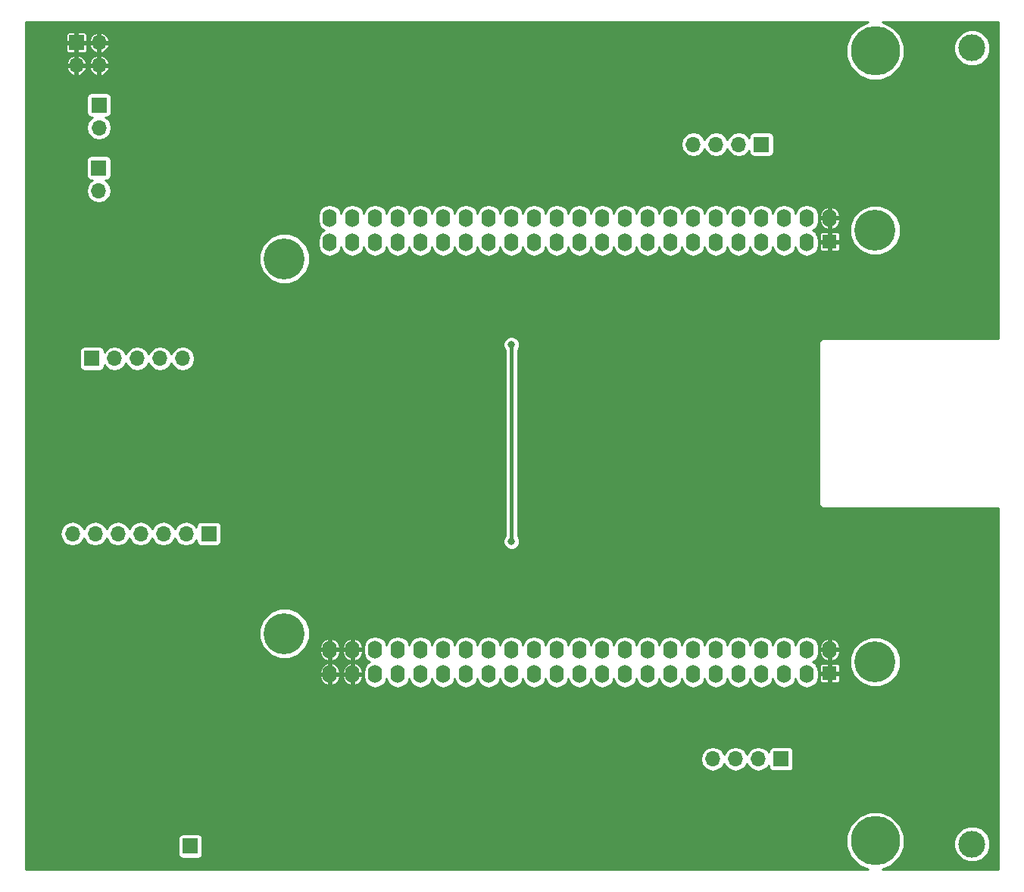
<source format=gbr>
G04 #@! TF.FileFunction,Copper,L2,Bot,Signal*
%FSLAX46Y46*%
G04 Gerber Fmt 4.6, Leading zero omitted, Abs format (unit mm)*
G04 Created by KiCad (PCBNEW no-vcs-found-product) date Tue Jul 11 16:06:11 2017*
%MOMM*%
%LPD*%
G01*
G04 APERTURE LIST*
%ADD10C,0.100000*%
%ADD11R,1.700000X1.700000*%
%ADD12O,1.700000X1.700000*%
%ADD13C,4.572000*%
%ADD14R,1.600000X1.600000*%
%ADD15O,1.600000X2.000000*%
%ADD16C,5.500000*%
%ADD17C,3.000000*%
%ADD18C,0.800000*%
%ADD19C,0.400000*%
%ADD20C,0.250000*%
G04 APERTURE END LIST*
D10*
D11*
X92456000Y-86487000D03*
D12*
X89916000Y-86487000D03*
X87376000Y-86487000D03*
X84836000Y-86487000D03*
X82296000Y-86487000D03*
X79756000Y-86487000D03*
X77216000Y-86487000D03*
D11*
X79380000Y-66890000D03*
D12*
X81920000Y-66890000D03*
X84460000Y-66890000D03*
X87000000Y-66890000D03*
X89540000Y-66890000D03*
D13*
X100905100Y-97637600D03*
X166945100Y-100812600D03*
X166945100Y-52552600D03*
X100905100Y-55727600D03*
D14*
X161865100Y-102082600D03*
D15*
X161865100Y-99442600D03*
X159325100Y-102182600D03*
X159325100Y-99442600D03*
X156785100Y-102182600D03*
X156785100Y-99442600D03*
X154245100Y-102182600D03*
X154245100Y-99442600D03*
X151705100Y-102182600D03*
X151705100Y-99442600D03*
X149165100Y-102182600D03*
X149165100Y-99442600D03*
X146625100Y-102182600D03*
X146625100Y-99442600D03*
X144085100Y-102182600D03*
X144085100Y-99442600D03*
X141545100Y-102182600D03*
X141545100Y-99442600D03*
X139005100Y-102182600D03*
X139005100Y-99442600D03*
X136465100Y-102182600D03*
X136465100Y-99442600D03*
X133925100Y-102182600D03*
X133925100Y-99442600D03*
X131385100Y-102182600D03*
X131385100Y-99442600D03*
X128845100Y-102182600D03*
X128845100Y-99442600D03*
X126305100Y-102182600D03*
X126305100Y-99442600D03*
X123765100Y-102182600D03*
X123765100Y-99442600D03*
X121225100Y-102182600D03*
X121225100Y-99442600D03*
X118685100Y-102182600D03*
X118685100Y-99442600D03*
X116145100Y-102182600D03*
X116145100Y-99442600D03*
X113605100Y-102182600D03*
X113605100Y-99442600D03*
X111065100Y-102182600D03*
X111065100Y-99442600D03*
X108525100Y-102182600D03*
X108525100Y-99442600D03*
X105985100Y-102182600D03*
X105985100Y-99442600D03*
D14*
X161865100Y-53822600D03*
D15*
X161865100Y-51182600D03*
X159325100Y-53922600D03*
X159325100Y-51182600D03*
X156785100Y-53922600D03*
X156785100Y-51182600D03*
X154245100Y-53922600D03*
X154245100Y-51182600D03*
X151705100Y-53922600D03*
X151705100Y-51182600D03*
X149165100Y-53922600D03*
X149165100Y-51182600D03*
X146625100Y-53922600D03*
X146625100Y-51182600D03*
X144085100Y-53922600D03*
X144085100Y-51182600D03*
X141545100Y-53922600D03*
X141545100Y-51182600D03*
X139005100Y-53922600D03*
X139005100Y-51182600D03*
X136465100Y-53922600D03*
X136465100Y-51182600D03*
X133925100Y-53922600D03*
X133925100Y-51182600D03*
X131385100Y-53922600D03*
X131385100Y-51182600D03*
X128845100Y-53922600D03*
X128845100Y-51182600D03*
X126305100Y-53922600D03*
X126305100Y-51182600D03*
X123765100Y-53922600D03*
X123765100Y-51182600D03*
X121225100Y-53922600D03*
X121225100Y-51182600D03*
X118685100Y-53922600D03*
X118685100Y-51182600D03*
X116145100Y-53922600D03*
X116145100Y-51182600D03*
X113605100Y-53922600D03*
X113605100Y-51182600D03*
X111065100Y-53922600D03*
X111065100Y-51182600D03*
X108525100Y-53922600D03*
X108525100Y-51182600D03*
X105985100Y-53922600D03*
X105985100Y-51182600D03*
D11*
X77660000Y-31570000D03*
D12*
X80200000Y-31570000D03*
X77660000Y-34110000D03*
X80200000Y-34110000D03*
D16*
X166946900Y-120828000D03*
X166946900Y-32512000D03*
D17*
X177766000Y-32170000D03*
X177766000Y-121170000D03*
D11*
X80190000Y-38540000D03*
D12*
X80190000Y-41080000D03*
D11*
X90370000Y-121420000D03*
X156410000Y-111650000D03*
D12*
X153870000Y-111650000D03*
X151330000Y-111650000D03*
X148790000Y-111650000D03*
D11*
X154230000Y-42940000D03*
D12*
X151690000Y-42940000D03*
X149150000Y-42940000D03*
X146610000Y-42940000D03*
D11*
X80140000Y-45590000D03*
D12*
X80140000Y-48130000D03*
D18*
X102150000Y-76030000D03*
X102150000Y-71670000D03*
X126300000Y-87330000D03*
X126290000Y-65320000D03*
D19*
X102150000Y-76030000D02*
X102150000Y-71670000D01*
X126300000Y-87330000D02*
X126300000Y-65330000D01*
X126300000Y-65330000D02*
X126290000Y-65320000D01*
D20*
G36*
X165094185Y-29733971D02*
X164172109Y-30654439D01*
X163672470Y-31857704D01*
X163671333Y-33160580D01*
X164168871Y-34364715D01*
X165089339Y-35286791D01*
X166292604Y-35786430D01*
X167595480Y-35787567D01*
X168799615Y-35290029D01*
X169721691Y-34369561D01*
X170221330Y-33166296D01*
X170221849Y-32571030D01*
X175740649Y-32571030D01*
X176048288Y-33315572D01*
X176617432Y-33885710D01*
X177361435Y-34194648D01*
X178167030Y-34195351D01*
X178911572Y-33887712D01*
X179481710Y-33318568D01*
X179790648Y-32574565D01*
X179791351Y-31768970D01*
X179483712Y-31024428D01*
X178914568Y-30454290D01*
X178170565Y-30145352D01*
X177364970Y-30144649D01*
X176620428Y-30452288D01*
X176050290Y-31021432D01*
X175741352Y-31765435D01*
X175740649Y-32571030D01*
X170221849Y-32571030D01*
X170222467Y-31863420D01*
X169724929Y-30659285D01*
X168804461Y-29737209D01*
X167739503Y-29295000D01*
X180715000Y-29295000D01*
X180715000Y-64625000D01*
X161240000Y-64625000D01*
X161000823Y-64672575D01*
X160798058Y-64808058D01*
X160662575Y-65010823D01*
X160615000Y-65250000D01*
X160615000Y-83030000D01*
X160662575Y-83269177D01*
X160798058Y-83471942D01*
X161000823Y-83607425D01*
X161240000Y-83655000D01*
X180715000Y-83655000D01*
X180715000Y-124045000D01*
X167737223Y-124045000D01*
X168799615Y-123606029D01*
X169721691Y-122685561D01*
X170184484Y-121571030D01*
X175740649Y-121571030D01*
X176048288Y-122315572D01*
X176617432Y-122885710D01*
X177361435Y-123194648D01*
X178167030Y-123195351D01*
X178911572Y-122887712D01*
X179481710Y-122318568D01*
X179790648Y-121574565D01*
X179791351Y-120768970D01*
X179483712Y-120024428D01*
X178914568Y-119454290D01*
X178170565Y-119145352D01*
X177364970Y-119144649D01*
X176620428Y-119452288D01*
X176050290Y-120021432D01*
X175741352Y-120765435D01*
X175740649Y-121571030D01*
X170184484Y-121571030D01*
X170221330Y-121482296D01*
X170222467Y-120179420D01*
X169724929Y-118975285D01*
X168804461Y-118053209D01*
X167601196Y-117553570D01*
X166298320Y-117552433D01*
X165094185Y-118049971D01*
X164172109Y-118970439D01*
X163672470Y-120173704D01*
X163671333Y-121476580D01*
X164168871Y-122680715D01*
X165089339Y-123602791D01*
X166154297Y-124045000D01*
X155106557Y-124045000D01*
X155096000Y-124042900D01*
X120816000Y-124042900D01*
X120805443Y-124045000D01*
X71965000Y-124045000D01*
X71965000Y-120570000D01*
X88984715Y-120570000D01*
X88984715Y-122270000D01*
X89025461Y-122474845D01*
X89141496Y-122648504D01*
X89315155Y-122764539D01*
X89520000Y-122805285D01*
X91220000Y-122805285D01*
X91424845Y-122764539D01*
X91598504Y-122648504D01*
X91714539Y-122474845D01*
X91755285Y-122270000D01*
X91755285Y-120570000D01*
X91714539Y-120365155D01*
X91598504Y-120191496D01*
X91424845Y-120075461D01*
X91220000Y-120034715D01*
X89520000Y-120034715D01*
X89315155Y-120075461D01*
X89141496Y-120191496D01*
X89025461Y-120365155D01*
X88984715Y-120570000D01*
X71965000Y-120570000D01*
X71965000Y-111623062D01*
X147415000Y-111623062D01*
X147415000Y-111676938D01*
X147519666Y-112203128D01*
X147817728Y-112649210D01*
X148263810Y-112947272D01*
X148790000Y-113051938D01*
X149316190Y-112947272D01*
X149762272Y-112649210D01*
X150060000Y-112203628D01*
X150357728Y-112649210D01*
X150803810Y-112947272D01*
X151330000Y-113051938D01*
X151856190Y-112947272D01*
X152302272Y-112649210D01*
X152600000Y-112203628D01*
X152897728Y-112649210D01*
X153343810Y-112947272D01*
X153870000Y-113051938D01*
X154396190Y-112947272D01*
X154842272Y-112649210D01*
X155024715Y-112376164D01*
X155024715Y-112500000D01*
X155065461Y-112704845D01*
X155181496Y-112878504D01*
X155355155Y-112994539D01*
X155560000Y-113035285D01*
X157260000Y-113035285D01*
X157464845Y-112994539D01*
X157638504Y-112878504D01*
X157754539Y-112704845D01*
X157795285Y-112500000D01*
X157795285Y-110800000D01*
X157754539Y-110595155D01*
X157638504Y-110421496D01*
X157464845Y-110305461D01*
X157260000Y-110264715D01*
X155560000Y-110264715D01*
X155355155Y-110305461D01*
X155181496Y-110421496D01*
X155065461Y-110595155D01*
X155024715Y-110800000D01*
X155024715Y-110923836D01*
X154842272Y-110650790D01*
X154396190Y-110352728D01*
X153870000Y-110248062D01*
X153343810Y-110352728D01*
X152897728Y-110650790D01*
X152600000Y-111096372D01*
X152302272Y-110650790D01*
X151856190Y-110352728D01*
X151330000Y-110248062D01*
X150803810Y-110352728D01*
X150357728Y-110650790D01*
X150060000Y-111096372D01*
X149762272Y-110650790D01*
X149316190Y-110352728D01*
X148790000Y-110248062D01*
X148263810Y-110352728D01*
X147817728Y-110650790D01*
X147519666Y-111096872D01*
X147415000Y-111623062D01*
X71965000Y-111623062D01*
X71965000Y-102489097D01*
X104858838Y-102489097D01*
X104985324Y-102911992D01*
X105264017Y-103254292D01*
X105652488Y-103463885D01*
X105682860Y-103466241D01*
X105856100Y-103418348D01*
X105856100Y-102311600D01*
X106114100Y-102311600D01*
X106114100Y-103418348D01*
X106287340Y-103466241D01*
X106317712Y-103463885D01*
X106706183Y-103254292D01*
X106984876Y-102911992D01*
X107111362Y-102489097D01*
X107398838Y-102489097D01*
X107525324Y-102911992D01*
X107804017Y-103254292D01*
X108192488Y-103463885D01*
X108222860Y-103466241D01*
X108396100Y-103418348D01*
X108396100Y-102311600D01*
X108654100Y-102311600D01*
X108654100Y-103418348D01*
X108827340Y-103466241D01*
X108857712Y-103463885D01*
X109246183Y-103254292D01*
X109524876Y-102911992D01*
X109651362Y-102489097D01*
X109572906Y-102311600D01*
X108654100Y-102311600D01*
X108396100Y-102311600D01*
X107477294Y-102311600D01*
X107398838Y-102489097D01*
X107111362Y-102489097D01*
X107032906Y-102311600D01*
X106114100Y-102311600D01*
X105856100Y-102311600D01*
X104937294Y-102311600D01*
X104858838Y-102489097D01*
X71965000Y-102489097D01*
X71965000Y-101876103D01*
X104858838Y-101876103D01*
X104937294Y-102053600D01*
X105856100Y-102053600D01*
X105856100Y-100946852D01*
X106114100Y-100946852D01*
X106114100Y-102053600D01*
X107032906Y-102053600D01*
X107111362Y-101876103D01*
X107398838Y-101876103D01*
X107477294Y-102053600D01*
X108396100Y-102053600D01*
X108396100Y-100946852D01*
X108654100Y-100946852D01*
X108654100Y-102053600D01*
X109572906Y-102053600D01*
X109651362Y-101876103D01*
X109524876Y-101453208D01*
X109246183Y-101110908D01*
X108857712Y-100901315D01*
X108827340Y-100898959D01*
X108654100Y-100946852D01*
X108396100Y-100946852D01*
X108222860Y-100898959D01*
X108192488Y-100901315D01*
X107804017Y-101110908D01*
X107525324Y-101453208D01*
X107398838Y-101876103D01*
X107111362Y-101876103D01*
X106984876Y-101453208D01*
X106706183Y-101110908D01*
X106317712Y-100901315D01*
X106287340Y-100898959D01*
X106114100Y-100946852D01*
X105856100Y-100946852D01*
X105682860Y-100898959D01*
X105652488Y-100901315D01*
X105264017Y-101110908D01*
X104985324Y-101453208D01*
X104858838Y-101876103D01*
X71965000Y-101876103D01*
X71965000Y-98194289D01*
X98093613Y-98194289D01*
X98520660Y-99227824D01*
X99310717Y-100019260D01*
X100343504Y-100448111D01*
X101461789Y-100449087D01*
X102495324Y-100022040D01*
X102768743Y-99749097D01*
X104858838Y-99749097D01*
X104985324Y-100171992D01*
X105264017Y-100514292D01*
X105652488Y-100723885D01*
X105682860Y-100726241D01*
X105856100Y-100678348D01*
X105856100Y-99571600D01*
X106114100Y-99571600D01*
X106114100Y-100678348D01*
X106287340Y-100726241D01*
X106317712Y-100723885D01*
X106706183Y-100514292D01*
X106984876Y-100171992D01*
X107111362Y-99749097D01*
X107398838Y-99749097D01*
X107525324Y-100171992D01*
X107804017Y-100514292D01*
X108192488Y-100723885D01*
X108222860Y-100726241D01*
X108396100Y-100678348D01*
X108396100Y-99571600D01*
X108654100Y-99571600D01*
X108654100Y-100678348D01*
X108827340Y-100726241D01*
X108857712Y-100723885D01*
X109246183Y-100514292D01*
X109524876Y-100171992D01*
X109651362Y-99749097D01*
X109572906Y-99571600D01*
X108654100Y-99571600D01*
X108396100Y-99571600D01*
X107477294Y-99571600D01*
X107398838Y-99749097D01*
X107111362Y-99749097D01*
X107032906Y-99571600D01*
X106114100Y-99571600D01*
X105856100Y-99571600D01*
X104937294Y-99571600D01*
X104858838Y-99749097D01*
X102768743Y-99749097D01*
X103286760Y-99231983D01*
X103326572Y-99136103D01*
X104858838Y-99136103D01*
X104937294Y-99313600D01*
X105856100Y-99313600D01*
X105856100Y-98206852D01*
X106114100Y-98206852D01*
X106114100Y-99313600D01*
X107032906Y-99313600D01*
X107111362Y-99136103D01*
X107398838Y-99136103D01*
X107477294Y-99313600D01*
X108396100Y-99313600D01*
X108396100Y-98206852D01*
X108654100Y-98206852D01*
X108654100Y-99313600D01*
X109572906Y-99313600D01*
X109617494Y-99212723D01*
X109740100Y-99212723D01*
X109740100Y-99672477D01*
X109840960Y-100179533D01*
X110128184Y-100609393D01*
X110432304Y-100812600D01*
X110128184Y-101015807D01*
X109840960Y-101445667D01*
X109740100Y-101952723D01*
X109740100Y-102412477D01*
X109840960Y-102919533D01*
X110128184Y-103349393D01*
X110558044Y-103636617D01*
X111065100Y-103737477D01*
X111572156Y-103636617D01*
X112002016Y-103349393D01*
X112289240Y-102919533D01*
X112335100Y-102688980D01*
X112380960Y-102919533D01*
X112668184Y-103349393D01*
X113098044Y-103636617D01*
X113605100Y-103737477D01*
X114112156Y-103636617D01*
X114542016Y-103349393D01*
X114829240Y-102919533D01*
X114875100Y-102688980D01*
X114920960Y-102919533D01*
X115208184Y-103349393D01*
X115638044Y-103636617D01*
X116145100Y-103737477D01*
X116652156Y-103636617D01*
X117082016Y-103349393D01*
X117369240Y-102919533D01*
X117415100Y-102688980D01*
X117460960Y-102919533D01*
X117748184Y-103349393D01*
X118178044Y-103636617D01*
X118685100Y-103737477D01*
X119192156Y-103636617D01*
X119622016Y-103349393D01*
X119909240Y-102919533D01*
X119955100Y-102688980D01*
X120000960Y-102919533D01*
X120288184Y-103349393D01*
X120718044Y-103636617D01*
X121225100Y-103737477D01*
X121732156Y-103636617D01*
X122162016Y-103349393D01*
X122449240Y-102919533D01*
X122495100Y-102688980D01*
X122540960Y-102919533D01*
X122828184Y-103349393D01*
X123258044Y-103636617D01*
X123765100Y-103737477D01*
X124272156Y-103636617D01*
X124702016Y-103349393D01*
X124989240Y-102919533D01*
X125035100Y-102688980D01*
X125080960Y-102919533D01*
X125368184Y-103349393D01*
X125798044Y-103636617D01*
X126305100Y-103737477D01*
X126812156Y-103636617D01*
X127242016Y-103349393D01*
X127529240Y-102919533D01*
X127575100Y-102688980D01*
X127620960Y-102919533D01*
X127908184Y-103349393D01*
X128338044Y-103636617D01*
X128845100Y-103737477D01*
X129352156Y-103636617D01*
X129782016Y-103349393D01*
X130069240Y-102919533D01*
X130115100Y-102688980D01*
X130160960Y-102919533D01*
X130448184Y-103349393D01*
X130878044Y-103636617D01*
X131385100Y-103737477D01*
X131892156Y-103636617D01*
X132322016Y-103349393D01*
X132609240Y-102919533D01*
X132655100Y-102688980D01*
X132700960Y-102919533D01*
X132988184Y-103349393D01*
X133418044Y-103636617D01*
X133925100Y-103737477D01*
X134432156Y-103636617D01*
X134862016Y-103349393D01*
X135149240Y-102919533D01*
X135195100Y-102688980D01*
X135240960Y-102919533D01*
X135528184Y-103349393D01*
X135958044Y-103636617D01*
X136465100Y-103737477D01*
X136972156Y-103636617D01*
X137402016Y-103349393D01*
X137689240Y-102919533D01*
X137735100Y-102688980D01*
X137780960Y-102919533D01*
X138068184Y-103349393D01*
X138498044Y-103636617D01*
X139005100Y-103737477D01*
X139512156Y-103636617D01*
X139942016Y-103349393D01*
X140229240Y-102919533D01*
X140275100Y-102688980D01*
X140320960Y-102919533D01*
X140608184Y-103349393D01*
X141038044Y-103636617D01*
X141545100Y-103737477D01*
X142052156Y-103636617D01*
X142482016Y-103349393D01*
X142769240Y-102919533D01*
X142815100Y-102688980D01*
X142860960Y-102919533D01*
X143148184Y-103349393D01*
X143578044Y-103636617D01*
X144085100Y-103737477D01*
X144592156Y-103636617D01*
X145022016Y-103349393D01*
X145309240Y-102919533D01*
X145355100Y-102688980D01*
X145400960Y-102919533D01*
X145688184Y-103349393D01*
X146118044Y-103636617D01*
X146625100Y-103737477D01*
X147132156Y-103636617D01*
X147562016Y-103349393D01*
X147849240Y-102919533D01*
X147895100Y-102688980D01*
X147940960Y-102919533D01*
X148228184Y-103349393D01*
X148658044Y-103636617D01*
X149165100Y-103737477D01*
X149672156Y-103636617D01*
X150102016Y-103349393D01*
X150389240Y-102919533D01*
X150435100Y-102688980D01*
X150480960Y-102919533D01*
X150768184Y-103349393D01*
X151198044Y-103636617D01*
X151705100Y-103737477D01*
X152212156Y-103636617D01*
X152642016Y-103349393D01*
X152929240Y-102919533D01*
X152975100Y-102688980D01*
X153020960Y-102919533D01*
X153308184Y-103349393D01*
X153738044Y-103636617D01*
X154245100Y-103737477D01*
X154752156Y-103636617D01*
X155182016Y-103349393D01*
X155469240Y-102919533D01*
X155515100Y-102688980D01*
X155560960Y-102919533D01*
X155848184Y-103349393D01*
X156278044Y-103636617D01*
X156785100Y-103737477D01*
X157292156Y-103636617D01*
X157722016Y-103349393D01*
X158009240Y-102919533D01*
X158055100Y-102688980D01*
X158100960Y-102919533D01*
X158388184Y-103349393D01*
X158818044Y-103636617D01*
X159325100Y-103737477D01*
X159832156Y-103636617D01*
X160262016Y-103349393D01*
X160549240Y-102919533D01*
X160650100Y-102412477D01*
X160650100Y-102292850D01*
X160740100Y-102292850D01*
X160740100Y-102947247D01*
X160789579Y-103066698D01*
X160881003Y-103158122D01*
X161000454Y-103207600D01*
X161654850Y-103207600D01*
X161736100Y-103126350D01*
X161736100Y-102211600D01*
X161994100Y-102211600D01*
X161994100Y-103126350D01*
X162075350Y-103207600D01*
X162729746Y-103207600D01*
X162849197Y-103158122D01*
X162940621Y-103066698D01*
X162990100Y-102947247D01*
X162990100Y-102292850D01*
X162908850Y-102211600D01*
X161994100Y-102211600D01*
X161736100Y-102211600D01*
X160821350Y-102211600D01*
X160740100Y-102292850D01*
X160650100Y-102292850D01*
X160650100Y-101952723D01*
X160549240Y-101445667D01*
X160397086Y-101217953D01*
X160740100Y-101217953D01*
X160740100Y-101872350D01*
X160821350Y-101953600D01*
X161736100Y-101953600D01*
X161736100Y-101038850D01*
X161994100Y-101038850D01*
X161994100Y-101953600D01*
X162908850Y-101953600D01*
X162990100Y-101872350D01*
X162990100Y-101369289D01*
X164133613Y-101369289D01*
X164560660Y-102402824D01*
X165350717Y-103194260D01*
X166383504Y-103623111D01*
X167501789Y-103624087D01*
X168535324Y-103197040D01*
X169326760Y-102406983D01*
X169755611Y-101374196D01*
X169756587Y-100255911D01*
X169329540Y-99222376D01*
X168539483Y-98430940D01*
X167506696Y-98002089D01*
X166388411Y-98001113D01*
X165354876Y-98428160D01*
X164563440Y-99218217D01*
X164134589Y-100251004D01*
X164133613Y-101369289D01*
X162990100Y-101369289D01*
X162990100Y-101217953D01*
X162940621Y-101098502D01*
X162849197Y-101007078D01*
X162729746Y-100957600D01*
X162075350Y-100957600D01*
X161994100Y-101038850D01*
X161736100Y-101038850D01*
X161654850Y-100957600D01*
X161000454Y-100957600D01*
X160881003Y-101007078D01*
X160789579Y-101098502D01*
X160740100Y-101217953D01*
X160397086Y-101217953D01*
X160262016Y-101015807D01*
X159957896Y-100812600D01*
X160262016Y-100609393D01*
X160549240Y-100179533D01*
X160634859Y-99749097D01*
X160738838Y-99749097D01*
X160865324Y-100171992D01*
X161144017Y-100514292D01*
X161532488Y-100723885D01*
X161562860Y-100726241D01*
X161736100Y-100678348D01*
X161736100Y-99571600D01*
X161994100Y-99571600D01*
X161994100Y-100678348D01*
X162167340Y-100726241D01*
X162197712Y-100723885D01*
X162586183Y-100514292D01*
X162864876Y-100171992D01*
X162991362Y-99749097D01*
X162912906Y-99571600D01*
X161994100Y-99571600D01*
X161736100Y-99571600D01*
X160817294Y-99571600D01*
X160738838Y-99749097D01*
X160634859Y-99749097D01*
X160650100Y-99672477D01*
X160650100Y-99212723D01*
X160634860Y-99136103D01*
X160738838Y-99136103D01*
X160817294Y-99313600D01*
X161736100Y-99313600D01*
X161736100Y-98206852D01*
X161994100Y-98206852D01*
X161994100Y-99313600D01*
X162912906Y-99313600D01*
X162991362Y-99136103D01*
X162864876Y-98713208D01*
X162586183Y-98370908D01*
X162197712Y-98161315D01*
X162167340Y-98158959D01*
X161994100Y-98206852D01*
X161736100Y-98206852D01*
X161562860Y-98158959D01*
X161532488Y-98161315D01*
X161144017Y-98370908D01*
X160865324Y-98713208D01*
X160738838Y-99136103D01*
X160634860Y-99136103D01*
X160549240Y-98705667D01*
X160262016Y-98275807D01*
X159832156Y-97988583D01*
X159325100Y-97887723D01*
X158818044Y-97988583D01*
X158388184Y-98275807D01*
X158100960Y-98705667D01*
X158055100Y-98936220D01*
X158009240Y-98705667D01*
X157722016Y-98275807D01*
X157292156Y-97988583D01*
X156785100Y-97887723D01*
X156278044Y-97988583D01*
X155848184Y-98275807D01*
X155560960Y-98705667D01*
X155515100Y-98936220D01*
X155469240Y-98705667D01*
X155182016Y-98275807D01*
X154752156Y-97988583D01*
X154245100Y-97887723D01*
X153738044Y-97988583D01*
X153308184Y-98275807D01*
X153020960Y-98705667D01*
X152975100Y-98936220D01*
X152929240Y-98705667D01*
X152642016Y-98275807D01*
X152212156Y-97988583D01*
X151705100Y-97887723D01*
X151198044Y-97988583D01*
X150768184Y-98275807D01*
X150480960Y-98705667D01*
X150435100Y-98936220D01*
X150389240Y-98705667D01*
X150102016Y-98275807D01*
X149672156Y-97988583D01*
X149165100Y-97887723D01*
X148658044Y-97988583D01*
X148228184Y-98275807D01*
X147940960Y-98705667D01*
X147895100Y-98936220D01*
X147849240Y-98705667D01*
X147562016Y-98275807D01*
X147132156Y-97988583D01*
X146625100Y-97887723D01*
X146118044Y-97988583D01*
X145688184Y-98275807D01*
X145400960Y-98705667D01*
X145355100Y-98936220D01*
X145309240Y-98705667D01*
X145022016Y-98275807D01*
X144592156Y-97988583D01*
X144085100Y-97887723D01*
X143578044Y-97988583D01*
X143148184Y-98275807D01*
X142860960Y-98705667D01*
X142815100Y-98936220D01*
X142769240Y-98705667D01*
X142482016Y-98275807D01*
X142052156Y-97988583D01*
X141545100Y-97887723D01*
X141038044Y-97988583D01*
X140608184Y-98275807D01*
X140320960Y-98705667D01*
X140275100Y-98936220D01*
X140229240Y-98705667D01*
X139942016Y-98275807D01*
X139512156Y-97988583D01*
X139005100Y-97887723D01*
X138498044Y-97988583D01*
X138068184Y-98275807D01*
X137780960Y-98705667D01*
X137735100Y-98936220D01*
X137689240Y-98705667D01*
X137402016Y-98275807D01*
X136972156Y-97988583D01*
X136465100Y-97887723D01*
X135958044Y-97988583D01*
X135528184Y-98275807D01*
X135240960Y-98705667D01*
X135195100Y-98936220D01*
X135149240Y-98705667D01*
X134862016Y-98275807D01*
X134432156Y-97988583D01*
X133925100Y-97887723D01*
X133418044Y-97988583D01*
X132988184Y-98275807D01*
X132700960Y-98705667D01*
X132655100Y-98936220D01*
X132609240Y-98705667D01*
X132322016Y-98275807D01*
X131892156Y-97988583D01*
X131385100Y-97887723D01*
X130878044Y-97988583D01*
X130448184Y-98275807D01*
X130160960Y-98705667D01*
X130115100Y-98936220D01*
X130069240Y-98705667D01*
X129782016Y-98275807D01*
X129352156Y-97988583D01*
X128845100Y-97887723D01*
X128338044Y-97988583D01*
X127908184Y-98275807D01*
X127620960Y-98705667D01*
X127575100Y-98936220D01*
X127529240Y-98705667D01*
X127242016Y-98275807D01*
X126812156Y-97988583D01*
X126305100Y-97887723D01*
X125798044Y-97988583D01*
X125368184Y-98275807D01*
X125080960Y-98705667D01*
X125035100Y-98936220D01*
X124989240Y-98705667D01*
X124702016Y-98275807D01*
X124272156Y-97988583D01*
X123765100Y-97887723D01*
X123258044Y-97988583D01*
X122828184Y-98275807D01*
X122540960Y-98705667D01*
X122495100Y-98936220D01*
X122449240Y-98705667D01*
X122162016Y-98275807D01*
X121732156Y-97988583D01*
X121225100Y-97887723D01*
X120718044Y-97988583D01*
X120288184Y-98275807D01*
X120000960Y-98705667D01*
X119955100Y-98936220D01*
X119909240Y-98705667D01*
X119622016Y-98275807D01*
X119192156Y-97988583D01*
X118685100Y-97887723D01*
X118178044Y-97988583D01*
X117748184Y-98275807D01*
X117460960Y-98705667D01*
X117415100Y-98936220D01*
X117369240Y-98705667D01*
X117082016Y-98275807D01*
X116652156Y-97988583D01*
X116145100Y-97887723D01*
X115638044Y-97988583D01*
X115208184Y-98275807D01*
X114920960Y-98705667D01*
X114875100Y-98936220D01*
X114829240Y-98705667D01*
X114542016Y-98275807D01*
X114112156Y-97988583D01*
X113605100Y-97887723D01*
X113098044Y-97988583D01*
X112668184Y-98275807D01*
X112380960Y-98705667D01*
X112335100Y-98936220D01*
X112289240Y-98705667D01*
X112002016Y-98275807D01*
X111572156Y-97988583D01*
X111065100Y-97887723D01*
X110558044Y-97988583D01*
X110128184Y-98275807D01*
X109840960Y-98705667D01*
X109740100Y-99212723D01*
X109617494Y-99212723D01*
X109651362Y-99136103D01*
X109524876Y-98713208D01*
X109246183Y-98370908D01*
X108857712Y-98161315D01*
X108827340Y-98158959D01*
X108654100Y-98206852D01*
X108396100Y-98206852D01*
X108222860Y-98158959D01*
X108192488Y-98161315D01*
X107804017Y-98370908D01*
X107525324Y-98713208D01*
X107398838Y-99136103D01*
X107111362Y-99136103D01*
X106984876Y-98713208D01*
X106706183Y-98370908D01*
X106317712Y-98161315D01*
X106287340Y-98158959D01*
X106114100Y-98206852D01*
X105856100Y-98206852D01*
X105682860Y-98158959D01*
X105652488Y-98161315D01*
X105264017Y-98370908D01*
X104985324Y-98713208D01*
X104858838Y-99136103D01*
X103326572Y-99136103D01*
X103715611Y-98199196D01*
X103716587Y-97080911D01*
X103289540Y-96047376D01*
X102499483Y-95255940D01*
X101466696Y-94827089D01*
X100348411Y-94826113D01*
X99314876Y-95253160D01*
X98523440Y-96043217D01*
X98094589Y-97076004D01*
X98093613Y-98194289D01*
X71965000Y-98194289D01*
X71965000Y-86460062D01*
X75841000Y-86460062D01*
X75841000Y-86513938D01*
X75945666Y-87040128D01*
X76243728Y-87486210D01*
X76689810Y-87784272D01*
X77216000Y-87888938D01*
X77742190Y-87784272D01*
X78188272Y-87486210D01*
X78486000Y-87040628D01*
X78783728Y-87486210D01*
X79229810Y-87784272D01*
X79756000Y-87888938D01*
X80282190Y-87784272D01*
X80728272Y-87486210D01*
X81026000Y-87040628D01*
X81323728Y-87486210D01*
X81769810Y-87784272D01*
X82296000Y-87888938D01*
X82822190Y-87784272D01*
X83268272Y-87486210D01*
X83566000Y-87040628D01*
X83863728Y-87486210D01*
X84309810Y-87784272D01*
X84836000Y-87888938D01*
X85362190Y-87784272D01*
X85808272Y-87486210D01*
X86106000Y-87040628D01*
X86403728Y-87486210D01*
X86849810Y-87784272D01*
X87376000Y-87888938D01*
X87902190Y-87784272D01*
X88348272Y-87486210D01*
X88646000Y-87040628D01*
X88943728Y-87486210D01*
X89389810Y-87784272D01*
X89916000Y-87888938D01*
X90442190Y-87784272D01*
X90888272Y-87486210D01*
X91070715Y-87213164D01*
X91070715Y-87337000D01*
X91111461Y-87541845D01*
X91227496Y-87715504D01*
X91401155Y-87831539D01*
X91606000Y-87872285D01*
X93306000Y-87872285D01*
X93510845Y-87831539D01*
X93684504Y-87715504D01*
X93800539Y-87541845D01*
X93841285Y-87337000D01*
X93841285Y-85637000D01*
X93800539Y-85432155D01*
X93684504Y-85258496D01*
X93510845Y-85142461D01*
X93306000Y-85101715D01*
X91606000Y-85101715D01*
X91401155Y-85142461D01*
X91227496Y-85258496D01*
X91111461Y-85432155D01*
X91070715Y-85637000D01*
X91070715Y-85760836D01*
X90888272Y-85487790D01*
X90442190Y-85189728D01*
X89916000Y-85085062D01*
X89389810Y-85189728D01*
X88943728Y-85487790D01*
X88646000Y-85933372D01*
X88348272Y-85487790D01*
X87902190Y-85189728D01*
X87376000Y-85085062D01*
X86849810Y-85189728D01*
X86403728Y-85487790D01*
X86106000Y-85933372D01*
X85808272Y-85487790D01*
X85362190Y-85189728D01*
X84836000Y-85085062D01*
X84309810Y-85189728D01*
X83863728Y-85487790D01*
X83566000Y-85933372D01*
X83268272Y-85487790D01*
X82822190Y-85189728D01*
X82296000Y-85085062D01*
X81769810Y-85189728D01*
X81323728Y-85487790D01*
X81026000Y-85933372D01*
X80728272Y-85487790D01*
X80282190Y-85189728D01*
X79756000Y-85085062D01*
X79229810Y-85189728D01*
X78783728Y-85487790D01*
X78486000Y-85933372D01*
X78188272Y-85487790D01*
X77742190Y-85189728D01*
X77216000Y-85085062D01*
X76689810Y-85189728D01*
X76243728Y-85487790D01*
X75945666Y-85933872D01*
X75841000Y-86460062D01*
X71965000Y-86460062D01*
X71965000Y-66040000D01*
X77994715Y-66040000D01*
X77994715Y-67740000D01*
X78035461Y-67944845D01*
X78151496Y-68118504D01*
X78325155Y-68234539D01*
X78530000Y-68275285D01*
X80230000Y-68275285D01*
X80434845Y-68234539D01*
X80608504Y-68118504D01*
X80724539Y-67944845D01*
X80765285Y-67740000D01*
X80765285Y-67616164D01*
X80947728Y-67889210D01*
X81393810Y-68187272D01*
X81920000Y-68291938D01*
X82446190Y-68187272D01*
X82892272Y-67889210D01*
X83190000Y-67443628D01*
X83487728Y-67889210D01*
X83933810Y-68187272D01*
X84460000Y-68291938D01*
X84986190Y-68187272D01*
X85432272Y-67889210D01*
X85730000Y-67443628D01*
X86027728Y-67889210D01*
X86473810Y-68187272D01*
X87000000Y-68291938D01*
X87526190Y-68187272D01*
X87972272Y-67889210D01*
X88270000Y-67443628D01*
X88567728Y-67889210D01*
X89013810Y-68187272D01*
X89540000Y-68291938D01*
X90066190Y-68187272D01*
X90512272Y-67889210D01*
X90810334Y-67443128D01*
X90915000Y-66916938D01*
X90915000Y-66863062D01*
X90810334Y-66336872D01*
X90512272Y-65890790D01*
X90066190Y-65592728D01*
X89616039Y-65503187D01*
X125364840Y-65503187D01*
X125505366Y-65843286D01*
X125575000Y-65913042D01*
X125575000Y-86746728D01*
X125516280Y-86805345D01*
X125375161Y-87145199D01*
X125374840Y-87513187D01*
X125515366Y-87853286D01*
X125775345Y-88113720D01*
X126115199Y-88254839D01*
X126483187Y-88255160D01*
X126823286Y-88114634D01*
X127083720Y-87854655D01*
X127224839Y-87514801D01*
X127225160Y-87146813D01*
X127084634Y-86806714D01*
X127025000Y-86746976D01*
X127025000Y-65893290D01*
X127073720Y-65844655D01*
X127214839Y-65504801D01*
X127215160Y-65136813D01*
X127074634Y-64796714D01*
X126814655Y-64536280D01*
X126474801Y-64395161D01*
X126106813Y-64394840D01*
X125766714Y-64535366D01*
X125506280Y-64795345D01*
X125365161Y-65135199D01*
X125364840Y-65503187D01*
X89616039Y-65503187D01*
X89540000Y-65488062D01*
X89013810Y-65592728D01*
X88567728Y-65890790D01*
X88270000Y-66336372D01*
X87972272Y-65890790D01*
X87526190Y-65592728D01*
X87000000Y-65488062D01*
X86473810Y-65592728D01*
X86027728Y-65890790D01*
X85730000Y-66336372D01*
X85432272Y-65890790D01*
X84986190Y-65592728D01*
X84460000Y-65488062D01*
X83933810Y-65592728D01*
X83487728Y-65890790D01*
X83190000Y-66336372D01*
X82892272Y-65890790D01*
X82446190Y-65592728D01*
X81920000Y-65488062D01*
X81393810Y-65592728D01*
X80947728Y-65890790D01*
X80765285Y-66163836D01*
X80765285Y-66040000D01*
X80724539Y-65835155D01*
X80608504Y-65661496D01*
X80434845Y-65545461D01*
X80230000Y-65504715D01*
X78530000Y-65504715D01*
X78325155Y-65545461D01*
X78151496Y-65661496D01*
X78035461Y-65835155D01*
X77994715Y-66040000D01*
X71965000Y-66040000D01*
X71965000Y-56284289D01*
X98093613Y-56284289D01*
X98520660Y-57317824D01*
X99310717Y-58109260D01*
X100343504Y-58538111D01*
X101461789Y-58539087D01*
X102495324Y-58112040D01*
X103286760Y-57321983D01*
X103715611Y-56289196D01*
X103716587Y-55170911D01*
X103289540Y-54137376D01*
X102499483Y-53345940D01*
X101466696Y-52917089D01*
X100348411Y-52916113D01*
X99314876Y-53343160D01*
X98523440Y-54133217D01*
X98094589Y-55166004D01*
X98093613Y-56284289D01*
X71965000Y-56284289D01*
X71965000Y-50952723D01*
X104660100Y-50952723D01*
X104660100Y-51412477D01*
X104760960Y-51919533D01*
X105048184Y-52349393D01*
X105352304Y-52552600D01*
X105048184Y-52755807D01*
X104760960Y-53185667D01*
X104660100Y-53692723D01*
X104660100Y-54152477D01*
X104760960Y-54659533D01*
X105048184Y-55089393D01*
X105478044Y-55376617D01*
X105985100Y-55477477D01*
X106492156Y-55376617D01*
X106922016Y-55089393D01*
X107209240Y-54659533D01*
X107255100Y-54428980D01*
X107300960Y-54659533D01*
X107588184Y-55089393D01*
X108018044Y-55376617D01*
X108525100Y-55477477D01*
X109032156Y-55376617D01*
X109462016Y-55089393D01*
X109749240Y-54659533D01*
X109795100Y-54428980D01*
X109840960Y-54659533D01*
X110128184Y-55089393D01*
X110558044Y-55376617D01*
X111065100Y-55477477D01*
X111572156Y-55376617D01*
X112002016Y-55089393D01*
X112289240Y-54659533D01*
X112335100Y-54428980D01*
X112380960Y-54659533D01*
X112668184Y-55089393D01*
X113098044Y-55376617D01*
X113605100Y-55477477D01*
X114112156Y-55376617D01*
X114542016Y-55089393D01*
X114829240Y-54659533D01*
X114875100Y-54428980D01*
X114920960Y-54659533D01*
X115208184Y-55089393D01*
X115638044Y-55376617D01*
X116145100Y-55477477D01*
X116652156Y-55376617D01*
X117082016Y-55089393D01*
X117369240Y-54659533D01*
X117415100Y-54428980D01*
X117460960Y-54659533D01*
X117748184Y-55089393D01*
X118178044Y-55376617D01*
X118685100Y-55477477D01*
X119192156Y-55376617D01*
X119622016Y-55089393D01*
X119909240Y-54659533D01*
X119955100Y-54428980D01*
X120000960Y-54659533D01*
X120288184Y-55089393D01*
X120718044Y-55376617D01*
X121225100Y-55477477D01*
X121732156Y-55376617D01*
X122162016Y-55089393D01*
X122449240Y-54659533D01*
X122495100Y-54428980D01*
X122540960Y-54659533D01*
X122828184Y-55089393D01*
X123258044Y-55376617D01*
X123765100Y-55477477D01*
X124272156Y-55376617D01*
X124702016Y-55089393D01*
X124989240Y-54659533D01*
X125035100Y-54428980D01*
X125080960Y-54659533D01*
X125368184Y-55089393D01*
X125798044Y-55376617D01*
X126305100Y-55477477D01*
X126812156Y-55376617D01*
X127242016Y-55089393D01*
X127529240Y-54659533D01*
X127575100Y-54428980D01*
X127620960Y-54659533D01*
X127908184Y-55089393D01*
X128338044Y-55376617D01*
X128845100Y-55477477D01*
X129352156Y-55376617D01*
X129782016Y-55089393D01*
X130069240Y-54659533D01*
X130115100Y-54428980D01*
X130160960Y-54659533D01*
X130448184Y-55089393D01*
X130878044Y-55376617D01*
X131385100Y-55477477D01*
X131892156Y-55376617D01*
X132322016Y-55089393D01*
X132609240Y-54659533D01*
X132655100Y-54428980D01*
X132700960Y-54659533D01*
X132988184Y-55089393D01*
X133418044Y-55376617D01*
X133925100Y-55477477D01*
X134432156Y-55376617D01*
X134862016Y-55089393D01*
X135149240Y-54659533D01*
X135195100Y-54428980D01*
X135240960Y-54659533D01*
X135528184Y-55089393D01*
X135958044Y-55376617D01*
X136465100Y-55477477D01*
X136972156Y-55376617D01*
X137402016Y-55089393D01*
X137689240Y-54659533D01*
X137735100Y-54428980D01*
X137780960Y-54659533D01*
X138068184Y-55089393D01*
X138498044Y-55376617D01*
X139005100Y-55477477D01*
X139512156Y-55376617D01*
X139942016Y-55089393D01*
X140229240Y-54659533D01*
X140275100Y-54428980D01*
X140320960Y-54659533D01*
X140608184Y-55089393D01*
X141038044Y-55376617D01*
X141545100Y-55477477D01*
X142052156Y-55376617D01*
X142482016Y-55089393D01*
X142769240Y-54659533D01*
X142815100Y-54428980D01*
X142860960Y-54659533D01*
X143148184Y-55089393D01*
X143578044Y-55376617D01*
X144085100Y-55477477D01*
X144592156Y-55376617D01*
X145022016Y-55089393D01*
X145309240Y-54659533D01*
X145355100Y-54428980D01*
X145400960Y-54659533D01*
X145688184Y-55089393D01*
X146118044Y-55376617D01*
X146625100Y-55477477D01*
X147132156Y-55376617D01*
X147562016Y-55089393D01*
X147849240Y-54659533D01*
X147895100Y-54428980D01*
X147940960Y-54659533D01*
X148228184Y-55089393D01*
X148658044Y-55376617D01*
X149165100Y-55477477D01*
X149672156Y-55376617D01*
X150102016Y-55089393D01*
X150389240Y-54659533D01*
X150435100Y-54428980D01*
X150480960Y-54659533D01*
X150768184Y-55089393D01*
X151198044Y-55376617D01*
X151705100Y-55477477D01*
X152212156Y-55376617D01*
X152642016Y-55089393D01*
X152929240Y-54659533D01*
X152975100Y-54428980D01*
X153020960Y-54659533D01*
X153308184Y-55089393D01*
X153738044Y-55376617D01*
X154245100Y-55477477D01*
X154752156Y-55376617D01*
X155182016Y-55089393D01*
X155469240Y-54659533D01*
X155515100Y-54428980D01*
X155560960Y-54659533D01*
X155848184Y-55089393D01*
X156278044Y-55376617D01*
X156785100Y-55477477D01*
X157292156Y-55376617D01*
X157722016Y-55089393D01*
X158009240Y-54659533D01*
X158055100Y-54428980D01*
X158100960Y-54659533D01*
X158388184Y-55089393D01*
X158818044Y-55376617D01*
X159325100Y-55477477D01*
X159832156Y-55376617D01*
X160262016Y-55089393D01*
X160549240Y-54659533D01*
X160650100Y-54152477D01*
X160650100Y-54032850D01*
X160740100Y-54032850D01*
X160740100Y-54687247D01*
X160789579Y-54806698D01*
X160881003Y-54898122D01*
X161000454Y-54947600D01*
X161654850Y-54947600D01*
X161736100Y-54866350D01*
X161736100Y-53951600D01*
X161994100Y-53951600D01*
X161994100Y-54866350D01*
X162075350Y-54947600D01*
X162729746Y-54947600D01*
X162849197Y-54898122D01*
X162940621Y-54806698D01*
X162990100Y-54687247D01*
X162990100Y-54032850D01*
X162908850Y-53951600D01*
X161994100Y-53951600D01*
X161736100Y-53951600D01*
X160821350Y-53951600D01*
X160740100Y-54032850D01*
X160650100Y-54032850D01*
X160650100Y-53692723D01*
X160549240Y-53185667D01*
X160397086Y-52957953D01*
X160740100Y-52957953D01*
X160740100Y-53612350D01*
X160821350Y-53693600D01*
X161736100Y-53693600D01*
X161736100Y-52778850D01*
X161994100Y-52778850D01*
X161994100Y-53693600D01*
X162908850Y-53693600D01*
X162990100Y-53612350D01*
X162990100Y-53109289D01*
X164133613Y-53109289D01*
X164560660Y-54142824D01*
X165350717Y-54934260D01*
X166383504Y-55363111D01*
X167501789Y-55364087D01*
X168535324Y-54937040D01*
X169326760Y-54146983D01*
X169755611Y-53114196D01*
X169756587Y-51995911D01*
X169329540Y-50962376D01*
X168539483Y-50170940D01*
X167506696Y-49742089D01*
X166388411Y-49741113D01*
X165354876Y-50168160D01*
X164563440Y-50958217D01*
X164134589Y-51991004D01*
X164133613Y-53109289D01*
X162990100Y-53109289D01*
X162990100Y-52957953D01*
X162940621Y-52838502D01*
X162849197Y-52747078D01*
X162729746Y-52697600D01*
X162075350Y-52697600D01*
X161994100Y-52778850D01*
X161736100Y-52778850D01*
X161654850Y-52697600D01*
X161000454Y-52697600D01*
X160881003Y-52747078D01*
X160789579Y-52838502D01*
X160740100Y-52957953D01*
X160397086Y-52957953D01*
X160262016Y-52755807D01*
X159957896Y-52552600D01*
X160262016Y-52349393D01*
X160549240Y-51919533D01*
X160634859Y-51489097D01*
X160738838Y-51489097D01*
X160865324Y-51911992D01*
X161144017Y-52254292D01*
X161532488Y-52463885D01*
X161562860Y-52466241D01*
X161736100Y-52418348D01*
X161736100Y-51311600D01*
X161994100Y-51311600D01*
X161994100Y-52418348D01*
X162167340Y-52466241D01*
X162197712Y-52463885D01*
X162586183Y-52254292D01*
X162864876Y-51911992D01*
X162991362Y-51489097D01*
X162912906Y-51311600D01*
X161994100Y-51311600D01*
X161736100Y-51311600D01*
X160817294Y-51311600D01*
X160738838Y-51489097D01*
X160634859Y-51489097D01*
X160650100Y-51412477D01*
X160650100Y-50952723D01*
X160634860Y-50876103D01*
X160738838Y-50876103D01*
X160817294Y-51053600D01*
X161736100Y-51053600D01*
X161736100Y-49946852D01*
X161994100Y-49946852D01*
X161994100Y-51053600D01*
X162912906Y-51053600D01*
X162991362Y-50876103D01*
X162864876Y-50453208D01*
X162586183Y-50110908D01*
X162197712Y-49901315D01*
X162167340Y-49898959D01*
X161994100Y-49946852D01*
X161736100Y-49946852D01*
X161562860Y-49898959D01*
X161532488Y-49901315D01*
X161144017Y-50110908D01*
X160865324Y-50453208D01*
X160738838Y-50876103D01*
X160634860Y-50876103D01*
X160549240Y-50445667D01*
X160262016Y-50015807D01*
X159832156Y-49728583D01*
X159325100Y-49627723D01*
X158818044Y-49728583D01*
X158388184Y-50015807D01*
X158100960Y-50445667D01*
X158055100Y-50676220D01*
X158009240Y-50445667D01*
X157722016Y-50015807D01*
X157292156Y-49728583D01*
X156785100Y-49627723D01*
X156278044Y-49728583D01*
X155848184Y-50015807D01*
X155560960Y-50445667D01*
X155515100Y-50676220D01*
X155469240Y-50445667D01*
X155182016Y-50015807D01*
X154752156Y-49728583D01*
X154245100Y-49627723D01*
X153738044Y-49728583D01*
X153308184Y-50015807D01*
X153020960Y-50445667D01*
X152975100Y-50676220D01*
X152929240Y-50445667D01*
X152642016Y-50015807D01*
X152212156Y-49728583D01*
X151705100Y-49627723D01*
X151198044Y-49728583D01*
X150768184Y-50015807D01*
X150480960Y-50445667D01*
X150435100Y-50676220D01*
X150389240Y-50445667D01*
X150102016Y-50015807D01*
X149672156Y-49728583D01*
X149165100Y-49627723D01*
X148658044Y-49728583D01*
X148228184Y-50015807D01*
X147940960Y-50445667D01*
X147895100Y-50676220D01*
X147849240Y-50445667D01*
X147562016Y-50015807D01*
X147132156Y-49728583D01*
X146625100Y-49627723D01*
X146118044Y-49728583D01*
X145688184Y-50015807D01*
X145400960Y-50445667D01*
X145355100Y-50676220D01*
X145309240Y-50445667D01*
X145022016Y-50015807D01*
X144592156Y-49728583D01*
X144085100Y-49627723D01*
X143578044Y-49728583D01*
X143148184Y-50015807D01*
X142860960Y-50445667D01*
X142815100Y-50676220D01*
X142769240Y-50445667D01*
X142482016Y-50015807D01*
X142052156Y-49728583D01*
X141545100Y-49627723D01*
X141038044Y-49728583D01*
X140608184Y-50015807D01*
X140320960Y-50445667D01*
X140275100Y-50676220D01*
X140229240Y-50445667D01*
X139942016Y-50015807D01*
X139512156Y-49728583D01*
X139005100Y-49627723D01*
X138498044Y-49728583D01*
X138068184Y-50015807D01*
X137780960Y-50445667D01*
X137735100Y-50676220D01*
X137689240Y-50445667D01*
X137402016Y-50015807D01*
X136972156Y-49728583D01*
X136465100Y-49627723D01*
X135958044Y-49728583D01*
X135528184Y-50015807D01*
X135240960Y-50445667D01*
X135195100Y-50676220D01*
X135149240Y-50445667D01*
X134862016Y-50015807D01*
X134432156Y-49728583D01*
X133925100Y-49627723D01*
X133418044Y-49728583D01*
X132988184Y-50015807D01*
X132700960Y-50445667D01*
X132655100Y-50676220D01*
X132609240Y-50445667D01*
X132322016Y-50015807D01*
X131892156Y-49728583D01*
X131385100Y-49627723D01*
X130878044Y-49728583D01*
X130448184Y-50015807D01*
X130160960Y-50445667D01*
X130115100Y-50676220D01*
X130069240Y-50445667D01*
X129782016Y-50015807D01*
X129352156Y-49728583D01*
X128845100Y-49627723D01*
X128338044Y-49728583D01*
X127908184Y-50015807D01*
X127620960Y-50445667D01*
X127575100Y-50676220D01*
X127529240Y-50445667D01*
X127242016Y-50015807D01*
X126812156Y-49728583D01*
X126305100Y-49627723D01*
X125798044Y-49728583D01*
X125368184Y-50015807D01*
X125080960Y-50445667D01*
X125035100Y-50676220D01*
X124989240Y-50445667D01*
X124702016Y-50015807D01*
X124272156Y-49728583D01*
X123765100Y-49627723D01*
X123258044Y-49728583D01*
X122828184Y-50015807D01*
X122540960Y-50445667D01*
X122495100Y-50676220D01*
X122449240Y-50445667D01*
X122162016Y-50015807D01*
X121732156Y-49728583D01*
X121225100Y-49627723D01*
X120718044Y-49728583D01*
X120288184Y-50015807D01*
X120000960Y-50445667D01*
X119955100Y-50676220D01*
X119909240Y-50445667D01*
X119622016Y-50015807D01*
X119192156Y-49728583D01*
X118685100Y-49627723D01*
X118178044Y-49728583D01*
X117748184Y-50015807D01*
X117460960Y-50445667D01*
X117415100Y-50676220D01*
X117369240Y-50445667D01*
X117082016Y-50015807D01*
X116652156Y-49728583D01*
X116145100Y-49627723D01*
X115638044Y-49728583D01*
X115208184Y-50015807D01*
X114920960Y-50445667D01*
X114875100Y-50676220D01*
X114829240Y-50445667D01*
X114542016Y-50015807D01*
X114112156Y-49728583D01*
X113605100Y-49627723D01*
X113098044Y-49728583D01*
X112668184Y-50015807D01*
X112380960Y-50445667D01*
X112335100Y-50676220D01*
X112289240Y-50445667D01*
X112002016Y-50015807D01*
X111572156Y-49728583D01*
X111065100Y-49627723D01*
X110558044Y-49728583D01*
X110128184Y-50015807D01*
X109840960Y-50445667D01*
X109795100Y-50676220D01*
X109749240Y-50445667D01*
X109462016Y-50015807D01*
X109032156Y-49728583D01*
X108525100Y-49627723D01*
X108018044Y-49728583D01*
X107588184Y-50015807D01*
X107300960Y-50445667D01*
X107255100Y-50676220D01*
X107209240Y-50445667D01*
X106922016Y-50015807D01*
X106492156Y-49728583D01*
X105985100Y-49627723D01*
X105478044Y-49728583D01*
X105048184Y-50015807D01*
X104760960Y-50445667D01*
X104660100Y-50952723D01*
X71965000Y-50952723D01*
X71965000Y-48130000D01*
X78738062Y-48130000D01*
X78842728Y-48656190D01*
X79140790Y-49102272D01*
X79586872Y-49400334D01*
X80113062Y-49505000D01*
X80166938Y-49505000D01*
X80693128Y-49400334D01*
X81139210Y-49102272D01*
X81437272Y-48656190D01*
X81541938Y-48130000D01*
X81437272Y-47603810D01*
X81139210Y-47157728D01*
X80866164Y-46975285D01*
X80990000Y-46975285D01*
X81194845Y-46934539D01*
X81368504Y-46818504D01*
X81484539Y-46644845D01*
X81525285Y-46440000D01*
X81525285Y-44740000D01*
X81484539Y-44535155D01*
X81368504Y-44361496D01*
X81194845Y-44245461D01*
X80990000Y-44204715D01*
X79290000Y-44204715D01*
X79085155Y-44245461D01*
X78911496Y-44361496D01*
X78795461Y-44535155D01*
X78754715Y-44740000D01*
X78754715Y-46440000D01*
X78795461Y-46644845D01*
X78911496Y-46818504D01*
X79085155Y-46934539D01*
X79290000Y-46975285D01*
X79413836Y-46975285D01*
X79140790Y-47157728D01*
X78842728Y-47603810D01*
X78738062Y-48130000D01*
X71965000Y-48130000D01*
X71965000Y-42913062D01*
X145235000Y-42913062D01*
X145235000Y-42966938D01*
X145339666Y-43493128D01*
X145637728Y-43939210D01*
X146083810Y-44237272D01*
X146610000Y-44341938D01*
X147136190Y-44237272D01*
X147582272Y-43939210D01*
X147880000Y-43493628D01*
X148177728Y-43939210D01*
X148623810Y-44237272D01*
X149150000Y-44341938D01*
X149676190Y-44237272D01*
X150122272Y-43939210D01*
X150420000Y-43493628D01*
X150717728Y-43939210D01*
X151163810Y-44237272D01*
X151690000Y-44341938D01*
X152216190Y-44237272D01*
X152662272Y-43939210D01*
X152844715Y-43666164D01*
X152844715Y-43790000D01*
X152885461Y-43994845D01*
X153001496Y-44168504D01*
X153175155Y-44284539D01*
X153380000Y-44325285D01*
X155080000Y-44325285D01*
X155284845Y-44284539D01*
X155458504Y-44168504D01*
X155574539Y-43994845D01*
X155615285Y-43790000D01*
X155615285Y-42090000D01*
X155574539Y-41885155D01*
X155458504Y-41711496D01*
X155284845Y-41595461D01*
X155080000Y-41554715D01*
X153380000Y-41554715D01*
X153175155Y-41595461D01*
X153001496Y-41711496D01*
X152885461Y-41885155D01*
X152844715Y-42090000D01*
X152844715Y-42213836D01*
X152662272Y-41940790D01*
X152216190Y-41642728D01*
X151690000Y-41538062D01*
X151163810Y-41642728D01*
X150717728Y-41940790D01*
X150420000Y-42386372D01*
X150122272Y-41940790D01*
X149676190Y-41642728D01*
X149150000Y-41538062D01*
X148623810Y-41642728D01*
X148177728Y-41940790D01*
X147880000Y-42386372D01*
X147582272Y-41940790D01*
X147136190Y-41642728D01*
X146610000Y-41538062D01*
X146083810Y-41642728D01*
X145637728Y-41940790D01*
X145339666Y-42386872D01*
X145235000Y-42913062D01*
X71965000Y-42913062D01*
X71965000Y-41080000D01*
X78788062Y-41080000D01*
X78892728Y-41606190D01*
X79190790Y-42052272D01*
X79636872Y-42350334D01*
X80163062Y-42455000D01*
X80216938Y-42455000D01*
X80743128Y-42350334D01*
X81189210Y-42052272D01*
X81487272Y-41606190D01*
X81591938Y-41080000D01*
X81487272Y-40553810D01*
X81189210Y-40107728D01*
X80916164Y-39925285D01*
X81040000Y-39925285D01*
X81244845Y-39884539D01*
X81418504Y-39768504D01*
X81534539Y-39594845D01*
X81575285Y-39390000D01*
X81575285Y-37690000D01*
X81534539Y-37485155D01*
X81418504Y-37311496D01*
X81244845Y-37195461D01*
X81040000Y-37154715D01*
X79340000Y-37154715D01*
X79135155Y-37195461D01*
X78961496Y-37311496D01*
X78845461Y-37485155D01*
X78804715Y-37690000D01*
X78804715Y-39390000D01*
X78845461Y-39594845D01*
X78961496Y-39768504D01*
X79135155Y-39884539D01*
X79340000Y-39925285D01*
X79463836Y-39925285D01*
X79190790Y-40107728D01*
X78892728Y-40553810D01*
X78788062Y-41080000D01*
X71965000Y-41080000D01*
X71965000Y-34420111D01*
X76526662Y-34420111D01*
X76639316Y-34692117D01*
X76939778Y-35038405D01*
X77349887Y-35243351D01*
X77531000Y-35196660D01*
X77531000Y-34239000D01*
X77789000Y-34239000D01*
X77789000Y-35196660D01*
X77970113Y-35243351D01*
X78380222Y-35038405D01*
X78680684Y-34692117D01*
X78793338Y-34420111D01*
X79066662Y-34420111D01*
X79179316Y-34692117D01*
X79479778Y-35038405D01*
X79889887Y-35243351D01*
X80071000Y-35196660D01*
X80071000Y-34239000D01*
X80329000Y-34239000D01*
X80329000Y-35196660D01*
X80510113Y-35243351D01*
X80920222Y-35038405D01*
X81220684Y-34692117D01*
X81333338Y-34420111D01*
X81286116Y-34239000D01*
X80329000Y-34239000D01*
X80071000Y-34239000D01*
X79113884Y-34239000D01*
X79066662Y-34420111D01*
X78793338Y-34420111D01*
X78746116Y-34239000D01*
X77789000Y-34239000D01*
X77531000Y-34239000D01*
X76573884Y-34239000D01*
X76526662Y-34420111D01*
X71965000Y-34420111D01*
X71965000Y-33799889D01*
X76526662Y-33799889D01*
X76573884Y-33981000D01*
X77531000Y-33981000D01*
X77531000Y-33023340D01*
X77789000Y-33023340D01*
X77789000Y-33981000D01*
X78746116Y-33981000D01*
X78793338Y-33799889D01*
X79066662Y-33799889D01*
X79113884Y-33981000D01*
X80071000Y-33981000D01*
X80071000Y-33023340D01*
X80329000Y-33023340D01*
X80329000Y-33981000D01*
X81286116Y-33981000D01*
X81333338Y-33799889D01*
X81220684Y-33527883D01*
X80920222Y-33181595D01*
X80510113Y-32976649D01*
X80329000Y-33023340D01*
X80071000Y-33023340D01*
X79889887Y-32976649D01*
X79479778Y-33181595D01*
X79179316Y-33527883D01*
X79066662Y-33799889D01*
X78793338Y-33799889D01*
X78680684Y-33527883D01*
X78380222Y-33181595D01*
X77970113Y-32976649D01*
X77789000Y-33023340D01*
X77531000Y-33023340D01*
X77349887Y-32976649D01*
X76939778Y-33181595D01*
X76639316Y-33527883D01*
X76526662Y-33799889D01*
X71965000Y-33799889D01*
X71965000Y-31780250D01*
X76485000Y-31780250D01*
X76485000Y-32484647D01*
X76534479Y-32604098D01*
X76625903Y-32695522D01*
X76745354Y-32745000D01*
X77449750Y-32745000D01*
X77531000Y-32663750D01*
X77531000Y-31699000D01*
X77789000Y-31699000D01*
X77789000Y-32663750D01*
X77870250Y-32745000D01*
X78574646Y-32745000D01*
X78694097Y-32695522D01*
X78785521Y-32604098D01*
X78835000Y-32484647D01*
X78835000Y-31880111D01*
X79066662Y-31880111D01*
X79179316Y-32152117D01*
X79479778Y-32498405D01*
X79889887Y-32703351D01*
X80071000Y-32656660D01*
X80071000Y-31699000D01*
X80329000Y-31699000D01*
X80329000Y-32656660D01*
X80510113Y-32703351D01*
X80920222Y-32498405D01*
X81220684Y-32152117D01*
X81333338Y-31880111D01*
X81286116Y-31699000D01*
X80329000Y-31699000D01*
X80071000Y-31699000D01*
X79113884Y-31699000D01*
X79066662Y-31880111D01*
X78835000Y-31880111D01*
X78835000Y-31780250D01*
X78753750Y-31699000D01*
X77789000Y-31699000D01*
X77531000Y-31699000D01*
X76566250Y-31699000D01*
X76485000Y-31780250D01*
X71965000Y-31780250D01*
X71965000Y-30655353D01*
X76485000Y-30655353D01*
X76485000Y-31359750D01*
X76566250Y-31441000D01*
X77531000Y-31441000D01*
X77531000Y-30476250D01*
X77789000Y-30476250D01*
X77789000Y-31441000D01*
X78753750Y-31441000D01*
X78835000Y-31359750D01*
X78835000Y-31259889D01*
X79066662Y-31259889D01*
X79113884Y-31441000D01*
X80071000Y-31441000D01*
X80071000Y-30483340D01*
X80329000Y-30483340D01*
X80329000Y-31441000D01*
X81286116Y-31441000D01*
X81333338Y-31259889D01*
X81220684Y-30987883D01*
X80920222Y-30641595D01*
X80510113Y-30436649D01*
X80329000Y-30483340D01*
X80071000Y-30483340D01*
X79889887Y-30436649D01*
X79479778Y-30641595D01*
X79179316Y-30987883D01*
X79066662Y-31259889D01*
X78835000Y-31259889D01*
X78835000Y-30655353D01*
X78785521Y-30535902D01*
X78694097Y-30444478D01*
X78574646Y-30395000D01*
X77870250Y-30395000D01*
X77789000Y-30476250D01*
X77531000Y-30476250D01*
X77449750Y-30395000D01*
X76745354Y-30395000D01*
X76625903Y-30444478D01*
X76534479Y-30535902D01*
X76485000Y-30655353D01*
X71965000Y-30655353D01*
X71965000Y-29295000D01*
X166156577Y-29295000D01*
X165094185Y-29733971D01*
X165094185Y-29733971D01*
G37*
X165094185Y-29733971D02*
X164172109Y-30654439D01*
X163672470Y-31857704D01*
X163671333Y-33160580D01*
X164168871Y-34364715D01*
X165089339Y-35286791D01*
X166292604Y-35786430D01*
X167595480Y-35787567D01*
X168799615Y-35290029D01*
X169721691Y-34369561D01*
X170221330Y-33166296D01*
X170221849Y-32571030D01*
X175740649Y-32571030D01*
X176048288Y-33315572D01*
X176617432Y-33885710D01*
X177361435Y-34194648D01*
X178167030Y-34195351D01*
X178911572Y-33887712D01*
X179481710Y-33318568D01*
X179790648Y-32574565D01*
X179791351Y-31768970D01*
X179483712Y-31024428D01*
X178914568Y-30454290D01*
X178170565Y-30145352D01*
X177364970Y-30144649D01*
X176620428Y-30452288D01*
X176050290Y-31021432D01*
X175741352Y-31765435D01*
X175740649Y-32571030D01*
X170221849Y-32571030D01*
X170222467Y-31863420D01*
X169724929Y-30659285D01*
X168804461Y-29737209D01*
X167739503Y-29295000D01*
X180715000Y-29295000D01*
X180715000Y-64625000D01*
X161240000Y-64625000D01*
X161000823Y-64672575D01*
X160798058Y-64808058D01*
X160662575Y-65010823D01*
X160615000Y-65250000D01*
X160615000Y-83030000D01*
X160662575Y-83269177D01*
X160798058Y-83471942D01*
X161000823Y-83607425D01*
X161240000Y-83655000D01*
X180715000Y-83655000D01*
X180715000Y-124045000D01*
X167737223Y-124045000D01*
X168799615Y-123606029D01*
X169721691Y-122685561D01*
X170184484Y-121571030D01*
X175740649Y-121571030D01*
X176048288Y-122315572D01*
X176617432Y-122885710D01*
X177361435Y-123194648D01*
X178167030Y-123195351D01*
X178911572Y-122887712D01*
X179481710Y-122318568D01*
X179790648Y-121574565D01*
X179791351Y-120768970D01*
X179483712Y-120024428D01*
X178914568Y-119454290D01*
X178170565Y-119145352D01*
X177364970Y-119144649D01*
X176620428Y-119452288D01*
X176050290Y-120021432D01*
X175741352Y-120765435D01*
X175740649Y-121571030D01*
X170184484Y-121571030D01*
X170221330Y-121482296D01*
X170222467Y-120179420D01*
X169724929Y-118975285D01*
X168804461Y-118053209D01*
X167601196Y-117553570D01*
X166298320Y-117552433D01*
X165094185Y-118049971D01*
X164172109Y-118970439D01*
X163672470Y-120173704D01*
X163671333Y-121476580D01*
X164168871Y-122680715D01*
X165089339Y-123602791D01*
X166154297Y-124045000D01*
X155106557Y-124045000D01*
X155096000Y-124042900D01*
X120816000Y-124042900D01*
X120805443Y-124045000D01*
X71965000Y-124045000D01*
X71965000Y-120570000D01*
X88984715Y-120570000D01*
X88984715Y-122270000D01*
X89025461Y-122474845D01*
X89141496Y-122648504D01*
X89315155Y-122764539D01*
X89520000Y-122805285D01*
X91220000Y-122805285D01*
X91424845Y-122764539D01*
X91598504Y-122648504D01*
X91714539Y-122474845D01*
X91755285Y-122270000D01*
X91755285Y-120570000D01*
X91714539Y-120365155D01*
X91598504Y-120191496D01*
X91424845Y-120075461D01*
X91220000Y-120034715D01*
X89520000Y-120034715D01*
X89315155Y-120075461D01*
X89141496Y-120191496D01*
X89025461Y-120365155D01*
X88984715Y-120570000D01*
X71965000Y-120570000D01*
X71965000Y-111623062D01*
X147415000Y-111623062D01*
X147415000Y-111676938D01*
X147519666Y-112203128D01*
X147817728Y-112649210D01*
X148263810Y-112947272D01*
X148790000Y-113051938D01*
X149316190Y-112947272D01*
X149762272Y-112649210D01*
X150060000Y-112203628D01*
X150357728Y-112649210D01*
X150803810Y-112947272D01*
X151330000Y-113051938D01*
X151856190Y-112947272D01*
X152302272Y-112649210D01*
X152600000Y-112203628D01*
X152897728Y-112649210D01*
X153343810Y-112947272D01*
X153870000Y-113051938D01*
X154396190Y-112947272D01*
X154842272Y-112649210D01*
X155024715Y-112376164D01*
X155024715Y-112500000D01*
X155065461Y-112704845D01*
X155181496Y-112878504D01*
X155355155Y-112994539D01*
X155560000Y-113035285D01*
X157260000Y-113035285D01*
X157464845Y-112994539D01*
X157638504Y-112878504D01*
X157754539Y-112704845D01*
X157795285Y-112500000D01*
X157795285Y-110800000D01*
X157754539Y-110595155D01*
X157638504Y-110421496D01*
X157464845Y-110305461D01*
X157260000Y-110264715D01*
X155560000Y-110264715D01*
X155355155Y-110305461D01*
X155181496Y-110421496D01*
X155065461Y-110595155D01*
X155024715Y-110800000D01*
X155024715Y-110923836D01*
X154842272Y-110650790D01*
X154396190Y-110352728D01*
X153870000Y-110248062D01*
X153343810Y-110352728D01*
X152897728Y-110650790D01*
X152600000Y-111096372D01*
X152302272Y-110650790D01*
X151856190Y-110352728D01*
X151330000Y-110248062D01*
X150803810Y-110352728D01*
X150357728Y-110650790D01*
X150060000Y-111096372D01*
X149762272Y-110650790D01*
X149316190Y-110352728D01*
X148790000Y-110248062D01*
X148263810Y-110352728D01*
X147817728Y-110650790D01*
X147519666Y-111096872D01*
X147415000Y-111623062D01*
X71965000Y-111623062D01*
X71965000Y-102489097D01*
X104858838Y-102489097D01*
X104985324Y-102911992D01*
X105264017Y-103254292D01*
X105652488Y-103463885D01*
X105682860Y-103466241D01*
X105856100Y-103418348D01*
X105856100Y-102311600D01*
X106114100Y-102311600D01*
X106114100Y-103418348D01*
X106287340Y-103466241D01*
X106317712Y-103463885D01*
X106706183Y-103254292D01*
X106984876Y-102911992D01*
X107111362Y-102489097D01*
X107398838Y-102489097D01*
X107525324Y-102911992D01*
X107804017Y-103254292D01*
X108192488Y-103463885D01*
X108222860Y-103466241D01*
X108396100Y-103418348D01*
X108396100Y-102311600D01*
X108654100Y-102311600D01*
X108654100Y-103418348D01*
X108827340Y-103466241D01*
X108857712Y-103463885D01*
X109246183Y-103254292D01*
X109524876Y-102911992D01*
X109651362Y-102489097D01*
X109572906Y-102311600D01*
X108654100Y-102311600D01*
X108396100Y-102311600D01*
X107477294Y-102311600D01*
X107398838Y-102489097D01*
X107111362Y-102489097D01*
X107032906Y-102311600D01*
X106114100Y-102311600D01*
X105856100Y-102311600D01*
X104937294Y-102311600D01*
X104858838Y-102489097D01*
X71965000Y-102489097D01*
X71965000Y-101876103D01*
X104858838Y-101876103D01*
X104937294Y-102053600D01*
X105856100Y-102053600D01*
X105856100Y-100946852D01*
X106114100Y-100946852D01*
X106114100Y-102053600D01*
X107032906Y-102053600D01*
X107111362Y-101876103D01*
X107398838Y-101876103D01*
X107477294Y-102053600D01*
X108396100Y-102053600D01*
X108396100Y-100946852D01*
X108654100Y-100946852D01*
X108654100Y-102053600D01*
X109572906Y-102053600D01*
X109651362Y-101876103D01*
X109524876Y-101453208D01*
X109246183Y-101110908D01*
X108857712Y-100901315D01*
X108827340Y-100898959D01*
X108654100Y-100946852D01*
X108396100Y-100946852D01*
X108222860Y-100898959D01*
X108192488Y-100901315D01*
X107804017Y-101110908D01*
X107525324Y-101453208D01*
X107398838Y-101876103D01*
X107111362Y-101876103D01*
X106984876Y-101453208D01*
X106706183Y-101110908D01*
X106317712Y-100901315D01*
X106287340Y-100898959D01*
X106114100Y-100946852D01*
X105856100Y-100946852D01*
X105682860Y-100898959D01*
X105652488Y-100901315D01*
X105264017Y-101110908D01*
X104985324Y-101453208D01*
X104858838Y-101876103D01*
X71965000Y-101876103D01*
X71965000Y-98194289D01*
X98093613Y-98194289D01*
X98520660Y-99227824D01*
X99310717Y-100019260D01*
X100343504Y-100448111D01*
X101461789Y-100449087D01*
X102495324Y-100022040D01*
X102768743Y-99749097D01*
X104858838Y-99749097D01*
X104985324Y-100171992D01*
X105264017Y-100514292D01*
X105652488Y-100723885D01*
X105682860Y-100726241D01*
X105856100Y-100678348D01*
X105856100Y-99571600D01*
X106114100Y-99571600D01*
X106114100Y-100678348D01*
X106287340Y-100726241D01*
X106317712Y-100723885D01*
X106706183Y-100514292D01*
X106984876Y-100171992D01*
X107111362Y-99749097D01*
X107398838Y-99749097D01*
X107525324Y-100171992D01*
X107804017Y-100514292D01*
X108192488Y-100723885D01*
X108222860Y-100726241D01*
X108396100Y-100678348D01*
X108396100Y-99571600D01*
X108654100Y-99571600D01*
X108654100Y-100678348D01*
X108827340Y-100726241D01*
X108857712Y-100723885D01*
X109246183Y-100514292D01*
X109524876Y-100171992D01*
X109651362Y-99749097D01*
X109572906Y-99571600D01*
X108654100Y-99571600D01*
X108396100Y-99571600D01*
X107477294Y-99571600D01*
X107398838Y-99749097D01*
X107111362Y-99749097D01*
X107032906Y-99571600D01*
X106114100Y-99571600D01*
X105856100Y-99571600D01*
X104937294Y-99571600D01*
X104858838Y-99749097D01*
X102768743Y-99749097D01*
X103286760Y-99231983D01*
X103326572Y-99136103D01*
X104858838Y-99136103D01*
X104937294Y-99313600D01*
X105856100Y-99313600D01*
X105856100Y-98206852D01*
X106114100Y-98206852D01*
X106114100Y-99313600D01*
X107032906Y-99313600D01*
X107111362Y-99136103D01*
X107398838Y-99136103D01*
X107477294Y-99313600D01*
X108396100Y-99313600D01*
X108396100Y-98206852D01*
X108654100Y-98206852D01*
X108654100Y-99313600D01*
X109572906Y-99313600D01*
X109617494Y-99212723D01*
X109740100Y-99212723D01*
X109740100Y-99672477D01*
X109840960Y-100179533D01*
X110128184Y-100609393D01*
X110432304Y-100812600D01*
X110128184Y-101015807D01*
X109840960Y-101445667D01*
X109740100Y-101952723D01*
X109740100Y-102412477D01*
X109840960Y-102919533D01*
X110128184Y-103349393D01*
X110558044Y-103636617D01*
X111065100Y-103737477D01*
X111572156Y-103636617D01*
X112002016Y-103349393D01*
X112289240Y-102919533D01*
X112335100Y-102688980D01*
X112380960Y-102919533D01*
X112668184Y-103349393D01*
X113098044Y-103636617D01*
X113605100Y-103737477D01*
X114112156Y-103636617D01*
X114542016Y-103349393D01*
X114829240Y-102919533D01*
X114875100Y-102688980D01*
X114920960Y-102919533D01*
X115208184Y-103349393D01*
X115638044Y-103636617D01*
X116145100Y-103737477D01*
X116652156Y-103636617D01*
X117082016Y-103349393D01*
X117369240Y-102919533D01*
X117415100Y-102688980D01*
X117460960Y-102919533D01*
X117748184Y-103349393D01*
X118178044Y-103636617D01*
X118685100Y-103737477D01*
X119192156Y-103636617D01*
X119622016Y-103349393D01*
X119909240Y-102919533D01*
X119955100Y-102688980D01*
X120000960Y-102919533D01*
X120288184Y-103349393D01*
X120718044Y-103636617D01*
X121225100Y-103737477D01*
X121732156Y-103636617D01*
X122162016Y-103349393D01*
X122449240Y-102919533D01*
X122495100Y-102688980D01*
X122540960Y-102919533D01*
X122828184Y-103349393D01*
X123258044Y-103636617D01*
X123765100Y-103737477D01*
X124272156Y-103636617D01*
X124702016Y-103349393D01*
X124989240Y-102919533D01*
X125035100Y-102688980D01*
X125080960Y-102919533D01*
X125368184Y-103349393D01*
X125798044Y-103636617D01*
X126305100Y-103737477D01*
X126812156Y-103636617D01*
X127242016Y-103349393D01*
X127529240Y-102919533D01*
X127575100Y-102688980D01*
X127620960Y-102919533D01*
X127908184Y-103349393D01*
X128338044Y-103636617D01*
X128845100Y-103737477D01*
X129352156Y-103636617D01*
X129782016Y-103349393D01*
X130069240Y-102919533D01*
X130115100Y-102688980D01*
X130160960Y-102919533D01*
X130448184Y-103349393D01*
X130878044Y-103636617D01*
X131385100Y-103737477D01*
X131892156Y-103636617D01*
X132322016Y-103349393D01*
X132609240Y-102919533D01*
X132655100Y-102688980D01*
X132700960Y-102919533D01*
X132988184Y-103349393D01*
X133418044Y-103636617D01*
X133925100Y-103737477D01*
X134432156Y-103636617D01*
X134862016Y-103349393D01*
X135149240Y-102919533D01*
X135195100Y-102688980D01*
X135240960Y-102919533D01*
X135528184Y-103349393D01*
X135958044Y-103636617D01*
X136465100Y-103737477D01*
X136972156Y-103636617D01*
X137402016Y-103349393D01*
X137689240Y-102919533D01*
X137735100Y-102688980D01*
X137780960Y-102919533D01*
X138068184Y-103349393D01*
X138498044Y-103636617D01*
X139005100Y-103737477D01*
X139512156Y-103636617D01*
X139942016Y-103349393D01*
X140229240Y-102919533D01*
X140275100Y-102688980D01*
X140320960Y-102919533D01*
X140608184Y-103349393D01*
X141038044Y-103636617D01*
X141545100Y-103737477D01*
X142052156Y-103636617D01*
X142482016Y-103349393D01*
X142769240Y-102919533D01*
X142815100Y-102688980D01*
X142860960Y-102919533D01*
X143148184Y-103349393D01*
X143578044Y-103636617D01*
X144085100Y-103737477D01*
X144592156Y-103636617D01*
X145022016Y-103349393D01*
X145309240Y-102919533D01*
X145355100Y-102688980D01*
X145400960Y-102919533D01*
X145688184Y-103349393D01*
X146118044Y-103636617D01*
X146625100Y-103737477D01*
X147132156Y-103636617D01*
X147562016Y-103349393D01*
X147849240Y-102919533D01*
X147895100Y-102688980D01*
X147940960Y-102919533D01*
X148228184Y-103349393D01*
X148658044Y-103636617D01*
X149165100Y-103737477D01*
X149672156Y-103636617D01*
X150102016Y-103349393D01*
X150389240Y-102919533D01*
X150435100Y-102688980D01*
X150480960Y-102919533D01*
X150768184Y-103349393D01*
X151198044Y-103636617D01*
X151705100Y-103737477D01*
X152212156Y-103636617D01*
X152642016Y-103349393D01*
X152929240Y-102919533D01*
X152975100Y-102688980D01*
X153020960Y-102919533D01*
X153308184Y-103349393D01*
X153738044Y-103636617D01*
X154245100Y-103737477D01*
X154752156Y-103636617D01*
X155182016Y-103349393D01*
X155469240Y-102919533D01*
X155515100Y-102688980D01*
X155560960Y-102919533D01*
X155848184Y-103349393D01*
X156278044Y-103636617D01*
X156785100Y-103737477D01*
X157292156Y-103636617D01*
X157722016Y-103349393D01*
X158009240Y-102919533D01*
X158055100Y-102688980D01*
X158100960Y-102919533D01*
X158388184Y-103349393D01*
X158818044Y-103636617D01*
X159325100Y-103737477D01*
X159832156Y-103636617D01*
X160262016Y-103349393D01*
X160549240Y-102919533D01*
X160650100Y-102412477D01*
X160650100Y-102292850D01*
X160740100Y-102292850D01*
X160740100Y-102947247D01*
X160789579Y-103066698D01*
X160881003Y-103158122D01*
X161000454Y-103207600D01*
X161654850Y-103207600D01*
X161736100Y-103126350D01*
X161736100Y-102211600D01*
X161994100Y-102211600D01*
X161994100Y-103126350D01*
X162075350Y-103207600D01*
X162729746Y-103207600D01*
X162849197Y-103158122D01*
X162940621Y-103066698D01*
X162990100Y-102947247D01*
X162990100Y-102292850D01*
X162908850Y-102211600D01*
X161994100Y-102211600D01*
X161736100Y-102211600D01*
X160821350Y-102211600D01*
X160740100Y-102292850D01*
X160650100Y-102292850D01*
X160650100Y-101952723D01*
X160549240Y-101445667D01*
X160397086Y-101217953D01*
X160740100Y-101217953D01*
X160740100Y-101872350D01*
X160821350Y-101953600D01*
X161736100Y-101953600D01*
X161736100Y-101038850D01*
X161994100Y-101038850D01*
X161994100Y-101953600D01*
X162908850Y-101953600D01*
X162990100Y-101872350D01*
X162990100Y-101369289D01*
X164133613Y-101369289D01*
X164560660Y-102402824D01*
X165350717Y-103194260D01*
X166383504Y-103623111D01*
X167501789Y-103624087D01*
X168535324Y-103197040D01*
X169326760Y-102406983D01*
X169755611Y-101374196D01*
X169756587Y-100255911D01*
X169329540Y-99222376D01*
X168539483Y-98430940D01*
X167506696Y-98002089D01*
X166388411Y-98001113D01*
X165354876Y-98428160D01*
X164563440Y-99218217D01*
X164134589Y-100251004D01*
X164133613Y-101369289D01*
X162990100Y-101369289D01*
X162990100Y-101217953D01*
X162940621Y-101098502D01*
X162849197Y-101007078D01*
X162729746Y-100957600D01*
X162075350Y-100957600D01*
X161994100Y-101038850D01*
X161736100Y-101038850D01*
X161654850Y-100957600D01*
X161000454Y-100957600D01*
X160881003Y-101007078D01*
X160789579Y-101098502D01*
X160740100Y-101217953D01*
X160397086Y-101217953D01*
X160262016Y-101015807D01*
X159957896Y-100812600D01*
X160262016Y-100609393D01*
X160549240Y-100179533D01*
X160634859Y-99749097D01*
X160738838Y-99749097D01*
X160865324Y-100171992D01*
X161144017Y-100514292D01*
X161532488Y-100723885D01*
X161562860Y-100726241D01*
X161736100Y-100678348D01*
X161736100Y-99571600D01*
X161994100Y-99571600D01*
X161994100Y-100678348D01*
X162167340Y-100726241D01*
X162197712Y-100723885D01*
X162586183Y-100514292D01*
X162864876Y-100171992D01*
X162991362Y-99749097D01*
X162912906Y-99571600D01*
X161994100Y-99571600D01*
X161736100Y-99571600D01*
X160817294Y-99571600D01*
X160738838Y-99749097D01*
X160634859Y-99749097D01*
X160650100Y-99672477D01*
X160650100Y-99212723D01*
X160634860Y-99136103D01*
X160738838Y-99136103D01*
X160817294Y-99313600D01*
X161736100Y-99313600D01*
X161736100Y-98206852D01*
X161994100Y-98206852D01*
X161994100Y-99313600D01*
X162912906Y-99313600D01*
X162991362Y-99136103D01*
X162864876Y-98713208D01*
X162586183Y-98370908D01*
X162197712Y-98161315D01*
X162167340Y-98158959D01*
X161994100Y-98206852D01*
X161736100Y-98206852D01*
X161562860Y-98158959D01*
X161532488Y-98161315D01*
X161144017Y-98370908D01*
X160865324Y-98713208D01*
X160738838Y-99136103D01*
X160634860Y-99136103D01*
X160549240Y-98705667D01*
X160262016Y-98275807D01*
X159832156Y-97988583D01*
X159325100Y-97887723D01*
X158818044Y-97988583D01*
X158388184Y-98275807D01*
X158100960Y-98705667D01*
X158055100Y-98936220D01*
X158009240Y-98705667D01*
X157722016Y-98275807D01*
X157292156Y-97988583D01*
X156785100Y-97887723D01*
X156278044Y-97988583D01*
X155848184Y-98275807D01*
X155560960Y-98705667D01*
X155515100Y-98936220D01*
X155469240Y-98705667D01*
X155182016Y-98275807D01*
X154752156Y-97988583D01*
X154245100Y-97887723D01*
X153738044Y-97988583D01*
X153308184Y-98275807D01*
X153020960Y-98705667D01*
X152975100Y-98936220D01*
X152929240Y-98705667D01*
X152642016Y-98275807D01*
X152212156Y-97988583D01*
X151705100Y-97887723D01*
X151198044Y-97988583D01*
X150768184Y-98275807D01*
X150480960Y-98705667D01*
X150435100Y-98936220D01*
X150389240Y-98705667D01*
X150102016Y-98275807D01*
X149672156Y-97988583D01*
X149165100Y-97887723D01*
X148658044Y-97988583D01*
X148228184Y-98275807D01*
X147940960Y-98705667D01*
X147895100Y-98936220D01*
X147849240Y-98705667D01*
X147562016Y-98275807D01*
X147132156Y-97988583D01*
X146625100Y-97887723D01*
X146118044Y-97988583D01*
X145688184Y-98275807D01*
X145400960Y-98705667D01*
X145355100Y-98936220D01*
X145309240Y-98705667D01*
X145022016Y-98275807D01*
X144592156Y-97988583D01*
X144085100Y-97887723D01*
X143578044Y-97988583D01*
X143148184Y-98275807D01*
X142860960Y-98705667D01*
X142815100Y-98936220D01*
X142769240Y-98705667D01*
X142482016Y-98275807D01*
X142052156Y-97988583D01*
X141545100Y-97887723D01*
X141038044Y-97988583D01*
X140608184Y-98275807D01*
X140320960Y-98705667D01*
X140275100Y-98936220D01*
X140229240Y-98705667D01*
X139942016Y-98275807D01*
X139512156Y-97988583D01*
X139005100Y-97887723D01*
X138498044Y-97988583D01*
X138068184Y-98275807D01*
X137780960Y-98705667D01*
X137735100Y-98936220D01*
X137689240Y-98705667D01*
X137402016Y-98275807D01*
X136972156Y-97988583D01*
X136465100Y-97887723D01*
X135958044Y-97988583D01*
X135528184Y-98275807D01*
X135240960Y-98705667D01*
X135195100Y-98936220D01*
X135149240Y-98705667D01*
X134862016Y-98275807D01*
X134432156Y-97988583D01*
X133925100Y-97887723D01*
X133418044Y-97988583D01*
X132988184Y-98275807D01*
X132700960Y-98705667D01*
X132655100Y-98936220D01*
X132609240Y-98705667D01*
X132322016Y-98275807D01*
X131892156Y-97988583D01*
X131385100Y-97887723D01*
X130878044Y-97988583D01*
X130448184Y-98275807D01*
X130160960Y-98705667D01*
X130115100Y-98936220D01*
X130069240Y-98705667D01*
X129782016Y-98275807D01*
X129352156Y-97988583D01*
X128845100Y-97887723D01*
X128338044Y-97988583D01*
X127908184Y-98275807D01*
X127620960Y-98705667D01*
X127575100Y-98936220D01*
X127529240Y-98705667D01*
X127242016Y-98275807D01*
X126812156Y-97988583D01*
X126305100Y-97887723D01*
X125798044Y-97988583D01*
X125368184Y-98275807D01*
X125080960Y-98705667D01*
X125035100Y-98936220D01*
X124989240Y-98705667D01*
X124702016Y-98275807D01*
X124272156Y-97988583D01*
X123765100Y-97887723D01*
X123258044Y-97988583D01*
X122828184Y-98275807D01*
X122540960Y-98705667D01*
X122495100Y-98936220D01*
X122449240Y-98705667D01*
X122162016Y-98275807D01*
X121732156Y-97988583D01*
X121225100Y-97887723D01*
X120718044Y-97988583D01*
X120288184Y-98275807D01*
X120000960Y-98705667D01*
X119955100Y-98936220D01*
X119909240Y-98705667D01*
X119622016Y-98275807D01*
X119192156Y-97988583D01*
X118685100Y-97887723D01*
X118178044Y-97988583D01*
X117748184Y-98275807D01*
X117460960Y-98705667D01*
X117415100Y-98936220D01*
X117369240Y-98705667D01*
X117082016Y-98275807D01*
X116652156Y-97988583D01*
X116145100Y-97887723D01*
X115638044Y-97988583D01*
X115208184Y-98275807D01*
X114920960Y-98705667D01*
X114875100Y-98936220D01*
X114829240Y-98705667D01*
X114542016Y-98275807D01*
X114112156Y-97988583D01*
X113605100Y-97887723D01*
X113098044Y-97988583D01*
X112668184Y-98275807D01*
X112380960Y-98705667D01*
X112335100Y-98936220D01*
X112289240Y-98705667D01*
X112002016Y-98275807D01*
X111572156Y-97988583D01*
X111065100Y-97887723D01*
X110558044Y-97988583D01*
X110128184Y-98275807D01*
X109840960Y-98705667D01*
X109740100Y-99212723D01*
X109617494Y-99212723D01*
X109651362Y-99136103D01*
X109524876Y-98713208D01*
X109246183Y-98370908D01*
X108857712Y-98161315D01*
X108827340Y-98158959D01*
X108654100Y-98206852D01*
X108396100Y-98206852D01*
X108222860Y-98158959D01*
X108192488Y-98161315D01*
X107804017Y-98370908D01*
X107525324Y-98713208D01*
X107398838Y-99136103D01*
X107111362Y-99136103D01*
X106984876Y-98713208D01*
X106706183Y-98370908D01*
X106317712Y-98161315D01*
X106287340Y-98158959D01*
X106114100Y-98206852D01*
X105856100Y-98206852D01*
X105682860Y-98158959D01*
X105652488Y-98161315D01*
X105264017Y-98370908D01*
X104985324Y-98713208D01*
X104858838Y-99136103D01*
X103326572Y-99136103D01*
X103715611Y-98199196D01*
X103716587Y-97080911D01*
X103289540Y-96047376D01*
X102499483Y-95255940D01*
X101466696Y-94827089D01*
X100348411Y-94826113D01*
X99314876Y-95253160D01*
X98523440Y-96043217D01*
X98094589Y-97076004D01*
X98093613Y-98194289D01*
X71965000Y-98194289D01*
X71965000Y-86460062D01*
X75841000Y-86460062D01*
X75841000Y-86513938D01*
X75945666Y-87040128D01*
X76243728Y-87486210D01*
X76689810Y-87784272D01*
X77216000Y-87888938D01*
X77742190Y-87784272D01*
X78188272Y-87486210D01*
X78486000Y-87040628D01*
X78783728Y-87486210D01*
X79229810Y-87784272D01*
X79756000Y-87888938D01*
X80282190Y-87784272D01*
X80728272Y-87486210D01*
X81026000Y-87040628D01*
X81323728Y-87486210D01*
X81769810Y-87784272D01*
X82296000Y-87888938D01*
X82822190Y-87784272D01*
X83268272Y-87486210D01*
X83566000Y-87040628D01*
X83863728Y-87486210D01*
X84309810Y-87784272D01*
X84836000Y-87888938D01*
X85362190Y-87784272D01*
X85808272Y-87486210D01*
X86106000Y-87040628D01*
X86403728Y-87486210D01*
X86849810Y-87784272D01*
X87376000Y-87888938D01*
X87902190Y-87784272D01*
X88348272Y-87486210D01*
X88646000Y-87040628D01*
X88943728Y-87486210D01*
X89389810Y-87784272D01*
X89916000Y-87888938D01*
X90442190Y-87784272D01*
X90888272Y-87486210D01*
X91070715Y-87213164D01*
X91070715Y-87337000D01*
X91111461Y-87541845D01*
X91227496Y-87715504D01*
X91401155Y-87831539D01*
X91606000Y-87872285D01*
X93306000Y-87872285D01*
X93510845Y-87831539D01*
X93684504Y-87715504D01*
X93800539Y-87541845D01*
X93841285Y-87337000D01*
X93841285Y-85637000D01*
X93800539Y-85432155D01*
X93684504Y-85258496D01*
X93510845Y-85142461D01*
X93306000Y-85101715D01*
X91606000Y-85101715D01*
X91401155Y-85142461D01*
X91227496Y-85258496D01*
X91111461Y-85432155D01*
X91070715Y-85637000D01*
X91070715Y-85760836D01*
X90888272Y-85487790D01*
X90442190Y-85189728D01*
X89916000Y-85085062D01*
X89389810Y-85189728D01*
X88943728Y-85487790D01*
X88646000Y-85933372D01*
X88348272Y-85487790D01*
X87902190Y-85189728D01*
X87376000Y-85085062D01*
X86849810Y-85189728D01*
X86403728Y-85487790D01*
X86106000Y-85933372D01*
X85808272Y-85487790D01*
X85362190Y-85189728D01*
X84836000Y-85085062D01*
X84309810Y-85189728D01*
X83863728Y-85487790D01*
X83566000Y-85933372D01*
X83268272Y-85487790D01*
X82822190Y-85189728D01*
X82296000Y-85085062D01*
X81769810Y-85189728D01*
X81323728Y-85487790D01*
X81026000Y-85933372D01*
X80728272Y-85487790D01*
X80282190Y-85189728D01*
X79756000Y-85085062D01*
X79229810Y-85189728D01*
X78783728Y-85487790D01*
X78486000Y-85933372D01*
X78188272Y-85487790D01*
X77742190Y-85189728D01*
X77216000Y-85085062D01*
X76689810Y-85189728D01*
X76243728Y-85487790D01*
X75945666Y-85933872D01*
X75841000Y-86460062D01*
X71965000Y-86460062D01*
X71965000Y-66040000D01*
X77994715Y-66040000D01*
X77994715Y-67740000D01*
X78035461Y-67944845D01*
X78151496Y-68118504D01*
X78325155Y-68234539D01*
X78530000Y-68275285D01*
X80230000Y-68275285D01*
X80434845Y-68234539D01*
X80608504Y-68118504D01*
X80724539Y-67944845D01*
X80765285Y-67740000D01*
X80765285Y-67616164D01*
X80947728Y-67889210D01*
X81393810Y-68187272D01*
X81920000Y-68291938D01*
X82446190Y-68187272D01*
X82892272Y-67889210D01*
X83190000Y-67443628D01*
X83487728Y-67889210D01*
X83933810Y-68187272D01*
X84460000Y-68291938D01*
X84986190Y-68187272D01*
X85432272Y-67889210D01*
X85730000Y-67443628D01*
X86027728Y-67889210D01*
X86473810Y-68187272D01*
X87000000Y-68291938D01*
X87526190Y-68187272D01*
X87972272Y-67889210D01*
X88270000Y-67443628D01*
X88567728Y-67889210D01*
X89013810Y-68187272D01*
X89540000Y-68291938D01*
X90066190Y-68187272D01*
X90512272Y-67889210D01*
X90810334Y-67443128D01*
X90915000Y-66916938D01*
X90915000Y-66863062D01*
X90810334Y-66336872D01*
X90512272Y-65890790D01*
X90066190Y-65592728D01*
X89616039Y-65503187D01*
X125364840Y-65503187D01*
X125505366Y-65843286D01*
X125575000Y-65913042D01*
X125575000Y-86746728D01*
X125516280Y-86805345D01*
X125375161Y-87145199D01*
X125374840Y-87513187D01*
X125515366Y-87853286D01*
X125775345Y-88113720D01*
X126115199Y-88254839D01*
X126483187Y-88255160D01*
X126823286Y-88114634D01*
X127083720Y-87854655D01*
X127224839Y-87514801D01*
X127225160Y-87146813D01*
X127084634Y-86806714D01*
X127025000Y-86746976D01*
X127025000Y-65893290D01*
X127073720Y-65844655D01*
X127214839Y-65504801D01*
X127215160Y-65136813D01*
X127074634Y-64796714D01*
X126814655Y-64536280D01*
X126474801Y-64395161D01*
X126106813Y-64394840D01*
X125766714Y-64535366D01*
X125506280Y-64795345D01*
X125365161Y-65135199D01*
X125364840Y-65503187D01*
X89616039Y-65503187D01*
X89540000Y-65488062D01*
X89013810Y-65592728D01*
X88567728Y-65890790D01*
X88270000Y-66336372D01*
X87972272Y-65890790D01*
X87526190Y-65592728D01*
X87000000Y-65488062D01*
X86473810Y-65592728D01*
X86027728Y-65890790D01*
X85730000Y-66336372D01*
X85432272Y-65890790D01*
X84986190Y-65592728D01*
X84460000Y-65488062D01*
X83933810Y-65592728D01*
X83487728Y-65890790D01*
X83190000Y-66336372D01*
X82892272Y-65890790D01*
X82446190Y-65592728D01*
X81920000Y-65488062D01*
X81393810Y-65592728D01*
X80947728Y-65890790D01*
X80765285Y-66163836D01*
X80765285Y-66040000D01*
X80724539Y-65835155D01*
X80608504Y-65661496D01*
X80434845Y-65545461D01*
X80230000Y-65504715D01*
X78530000Y-65504715D01*
X78325155Y-65545461D01*
X78151496Y-65661496D01*
X78035461Y-65835155D01*
X77994715Y-66040000D01*
X71965000Y-66040000D01*
X71965000Y-56284289D01*
X98093613Y-56284289D01*
X98520660Y-57317824D01*
X99310717Y-58109260D01*
X100343504Y-58538111D01*
X101461789Y-58539087D01*
X102495324Y-58112040D01*
X103286760Y-57321983D01*
X103715611Y-56289196D01*
X103716587Y-55170911D01*
X103289540Y-54137376D01*
X102499483Y-53345940D01*
X101466696Y-52917089D01*
X100348411Y-52916113D01*
X99314876Y-53343160D01*
X98523440Y-54133217D01*
X98094589Y-55166004D01*
X98093613Y-56284289D01*
X71965000Y-56284289D01*
X71965000Y-50952723D01*
X104660100Y-50952723D01*
X104660100Y-51412477D01*
X104760960Y-51919533D01*
X105048184Y-52349393D01*
X105352304Y-52552600D01*
X105048184Y-52755807D01*
X104760960Y-53185667D01*
X104660100Y-53692723D01*
X104660100Y-54152477D01*
X104760960Y-54659533D01*
X105048184Y-55089393D01*
X105478044Y-55376617D01*
X105985100Y-55477477D01*
X106492156Y-55376617D01*
X106922016Y-55089393D01*
X107209240Y-54659533D01*
X107255100Y-54428980D01*
X107300960Y-54659533D01*
X107588184Y-55089393D01*
X108018044Y-55376617D01*
X108525100Y-55477477D01*
X109032156Y-55376617D01*
X109462016Y-55089393D01*
X109749240Y-54659533D01*
X109795100Y-54428980D01*
X109840960Y-54659533D01*
X110128184Y-55089393D01*
X110558044Y-55376617D01*
X111065100Y-55477477D01*
X111572156Y-55376617D01*
X112002016Y-55089393D01*
X112289240Y-54659533D01*
X112335100Y-54428980D01*
X112380960Y-54659533D01*
X112668184Y-55089393D01*
X113098044Y-55376617D01*
X113605100Y-55477477D01*
X114112156Y-55376617D01*
X114542016Y-55089393D01*
X114829240Y-54659533D01*
X114875100Y-54428980D01*
X114920960Y-54659533D01*
X115208184Y-55089393D01*
X115638044Y-55376617D01*
X116145100Y-55477477D01*
X116652156Y-55376617D01*
X117082016Y-55089393D01*
X117369240Y-54659533D01*
X117415100Y-54428980D01*
X117460960Y-54659533D01*
X117748184Y-55089393D01*
X118178044Y-55376617D01*
X118685100Y-55477477D01*
X119192156Y-55376617D01*
X119622016Y-55089393D01*
X119909240Y-54659533D01*
X119955100Y-54428980D01*
X120000960Y-54659533D01*
X120288184Y-55089393D01*
X120718044Y-55376617D01*
X121225100Y-55477477D01*
X121732156Y-55376617D01*
X122162016Y-55089393D01*
X122449240Y-54659533D01*
X122495100Y-54428980D01*
X122540960Y-54659533D01*
X122828184Y-55089393D01*
X123258044Y-55376617D01*
X123765100Y-55477477D01*
X124272156Y-55376617D01*
X124702016Y-55089393D01*
X124989240Y-54659533D01*
X125035100Y-54428980D01*
X125080960Y-54659533D01*
X125368184Y-55089393D01*
X125798044Y-55376617D01*
X126305100Y-55477477D01*
X126812156Y-55376617D01*
X127242016Y-55089393D01*
X127529240Y-54659533D01*
X127575100Y-54428980D01*
X127620960Y-54659533D01*
X127908184Y-55089393D01*
X128338044Y-55376617D01*
X128845100Y-55477477D01*
X129352156Y-55376617D01*
X129782016Y-55089393D01*
X130069240Y-54659533D01*
X130115100Y-54428980D01*
X130160960Y-54659533D01*
X130448184Y-55089393D01*
X130878044Y-55376617D01*
X131385100Y-55477477D01*
X131892156Y-55376617D01*
X132322016Y-55089393D01*
X132609240Y-54659533D01*
X132655100Y-54428980D01*
X132700960Y-54659533D01*
X132988184Y-55089393D01*
X133418044Y-55376617D01*
X133925100Y-55477477D01*
X134432156Y-55376617D01*
X134862016Y-55089393D01*
X135149240Y-54659533D01*
X135195100Y-54428980D01*
X135240960Y-54659533D01*
X135528184Y-55089393D01*
X135958044Y-55376617D01*
X136465100Y-55477477D01*
X136972156Y-55376617D01*
X137402016Y-55089393D01*
X137689240Y-54659533D01*
X137735100Y-54428980D01*
X137780960Y-54659533D01*
X138068184Y-55089393D01*
X138498044Y-55376617D01*
X139005100Y-55477477D01*
X139512156Y-55376617D01*
X139942016Y-55089393D01*
X140229240Y-54659533D01*
X140275100Y-54428980D01*
X140320960Y-54659533D01*
X140608184Y-55089393D01*
X141038044Y-55376617D01*
X141545100Y-55477477D01*
X142052156Y-55376617D01*
X142482016Y-55089393D01*
X142769240Y-54659533D01*
X142815100Y-54428980D01*
X142860960Y-54659533D01*
X143148184Y-55089393D01*
X143578044Y-55376617D01*
X144085100Y-55477477D01*
X144592156Y-55376617D01*
X145022016Y-55089393D01*
X145309240Y-54659533D01*
X145355100Y-54428980D01*
X145400960Y-54659533D01*
X145688184Y-55089393D01*
X146118044Y-55376617D01*
X146625100Y-55477477D01*
X147132156Y-55376617D01*
X147562016Y-55089393D01*
X147849240Y-54659533D01*
X147895100Y-54428980D01*
X147940960Y-54659533D01*
X148228184Y-55089393D01*
X148658044Y-55376617D01*
X149165100Y-55477477D01*
X149672156Y-55376617D01*
X150102016Y-55089393D01*
X150389240Y-54659533D01*
X150435100Y-54428980D01*
X150480960Y-54659533D01*
X150768184Y-55089393D01*
X151198044Y-55376617D01*
X151705100Y-55477477D01*
X152212156Y-55376617D01*
X152642016Y-55089393D01*
X152929240Y-54659533D01*
X152975100Y-54428980D01*
X153020960Y-54659533D01*
X153308184Y-55089393D01*
X153738044Y-55376617D01*
X154245100Y-55477477D01*
X154752156Y-55376617D01*
X155182016Y-55089393D01*
X155469240Y-54659533D01*
X155515100Y-54428980D01*
X155560960Y-54659533D01*
X155848184Y-55089393D01*
X156278044Y-55376617D01*
X156785100Y-55477477D01*
X157292156Y-55376617D01*
X157722016Y-55089393D01*
X158009240Y-54659533D01*
X158055100Y-54428980D01*
X158100960Y-54659533D01*
X158388184Y-55089393D01*
X158818044Y-55376617D01*
X159325100Y-55477477D01*
X159832156Y-55376617D01*
X160262016Y-55089393D01*
X160549240Y-54659533D01*
X160650100Y-54152477D01*
X160650100Y-54032850D01*
X160740100Y-54032850D01*
X160740100Y-54687247D01*
X160789579Y-54806698D01*
X160881003Y-54898122D01*
X161000454Y-54947600D01*
X161654850Y-54947600D01*
X161736100Y-54866350D01*
X161736100Y-53951600D01*
X161994100Y-53951600D01*
X161994100Y-54866350D01*
X162075350Y-54947600D01*
X162729746Y-54947600D01*
X162849197Y-54898122D01*
X162940621Y-54806698D01*
X162990100Y-54687247D01*
X162990100Y-54032850D01*
X162908850Y-53951600D01*
X161994100Y-53951600D01*
X161736100Y-53951600D01*
X160821350Y-53951600D01*
X160740100Y-54032850D01*
X160650100Y-54032850D01*
X160650100Y-53692723D01*
X160549240Y-53185667D01*
X160397086Y-52957953D01*
X160740100Y-52957953D01*
X160740100Y-53612350D01*
X160821350Y-53693600D01*
X161736100Y-53693600D01*
X161736100Y-52778850D01*
X161994100Y-52778850D01*
X161994100Y-53693600D01*
X162908850Y-53693600D01*
X162990100Y-53612350D01*
X162990100Y-53109289D01*
X164133613Y-53109289D01*
X164560660Y-54142824D01*
X165350717Y-54934260D01*
X166383504Y-55363111D01*
X167501789Y-55364087D01*
X168535324Y-54937040D01*
X169326760Y-54146983D01*
X169755611Y-53114196D01*
X169756587Y-51995911D01*
X169329540Y-50962376D01*
X168539483Y-50170940D01*
X167506696Y-49742089D01*
X166388411Y-49741113D01*
X165354876Y-50168160D01*
X164563440Y-50958217D01*
X164134589Y-51991004D01*
X164133613Y-53109289D01*
X162990100Y-53109289D01*
X162990100Y-52957953D01*
X162940621Y-52838502D01*
X162849197Y-52747078D01*
X162729746Y-52697600D01*
X162075350Y-52697600D01*
X161994100Y-52778850D01*
X161736100Y-52778850D01*
X161654850Y-52697600D01*
X161000454Y-52697600D01*
X160881003Y-52747078D01*
X160789579Y-52838502D01*
X160740100Y-52957953D01*
X160397086Y-52957953D01*
X160262016Y-52755807D01*
X159957896Y-52552600D01*
X160262016Y-52349393D01*
X160549240Y-51919533D01*
X160634859Y-51489097D01*
X160738838Y-51489097D01*
X160865324Y-51911992D01*
X161144017Y-52254292D01*
X161532488Y-52463885D01*
X161562860Y-52466241D01*
X161736100Y-52418348D01*
X161736100Y-51311600D01*
X161994100Y-51311600D01*
X161994100Y-52418348D01*
X162167340Y-52466241D01*
X162197712Y-52463885D01*
X162586183Y-52254292D01*
X162864876Y-51911992D01*
X162991362Y-51489097D01*
X162912906Y-51311600D01*
X161994100Y-51311600D01*
X161736100Y-51311600D01*
X160817294Y-51311600D01*
X160738838Y-51489097D01*
X160634859Y-51489097D01*
X160650100Y-51412477D01*
X160650100Y-50952723D01*
X160634860Y-50876103D01*
X160738838Y-50876103D01*
X160817294Y-51053600D01*
X161736100Y-51053600D01*
X161736100Y-49946852D01*
X161994100Y-49946852D01*
X161994100Y-51053600D01*
X162912906Y-51053600D01*
X162991362Y-50876103D01*
X162864876Y-50453208D01*
X162586183Y-50110908D01*
X162197712Y-49901315D01*
X162167340Y-49898959D01*
X161994100Y-49946852D01*
X161736100Y-49946852D01*
X161562860Y-49898959D01*
X161532488Y-49901315D01*
X161144017Y-50110908D01*
X160865324Y-50453208D01*
X160738838Y-50876103D01*
X160634860Y-50876103D01*
X160549240Y-50445667D01*
X160262016Y-50015807D01*
X159832156Y-49728583D01*
X159325100Y-49627723D01*
X158818044Y-49728583D01*
X158388184Y-50015807D01*
X158100960Y-50445667D01*
X158055100Y-50676220D01*
X158009240Y-50445667D01*
X157722016Y-50015807D01*
X157292156Y-49728583D01*
X156785100Y-49627723D01*
X156278044Y-49728583D01*
X155848184Y-50015807D01*
X155560960Y-50445667D01*
X155515100Y-50676220D01*
X155469240Y-50445667D01*
X155182016Y-50015807D01*
X154752156Y-49728583D01*
X154245100Y-49627723D01*
X153738044Y-49728583D01*
X153308184Y-50015807D01*
X153020960Y-50445667D01*
X152975100Y-50676220D01*
X152929240Y-50445667D01*
X152642016Y-50015807D01*
X152212156Y-49728583D01*
X151705100Y-49627723D01*
X151198044Y-49728583D01*
X150768184Y-50015807D01*
X150480960Y-50445667D01*
X150435100Y-50676220D01*
X150389240Y-50445667D01*
X150102016Y-50015807D01*
X149672156Y-49728583D01*
X149165100Y-49627723D01*
X148658044Y-49728583D01*
X148228184Y-50015807D01*
X147940960Y-50445667D01*
X147895100Y-50676220D01*
X147849240Y-50445667D01*
X147562016Y-50015807D01*
X147132156Y-49728583D01*
X146625100Y-49627723D01*
X146118044Y-49728583D01*
X145688184Y-50015807D01*
X145400960Y-50445667D01*
X145355100Y-50676220D01*
X145309240Y-50445667D01*
X145022016Y-50015807D01*
X144592156Y-49728583D01*
X144085100Y-49627723D01*
X143578044Y-49728583D01*
X143148184Y-50015807D01*
X142860960Y-50445667D01*
X142815100Y-50676220D01*
X142769240Y-50445667D01*
X142482016Y-50015807D01*
X142052156Y-49728583D01*
X141545100Y-49627723D01*
X141038044Y-49728583D01*
X140608184Y-50015807D01*
X140320960Y-50445667D01*
X140275100Y-50676220D01*
X140229240Y-50445667D01*
X139942016Y-50015807D01*
X139512156Y-49728583D01*
X139005100Y-49627723D01*
X138498044Y-49728583D01*
X138068184Y-50015807D01*
X137780960Y-50445667D01*
X137735100Y-50676220D01*
X137689240Y-50445667D01*
X137402016Y-50015807D01*
X136972156Y-49728583D01*
X136465100Y-49627723D01*
X135958044Y-49728583D01*
X135528184Y-50015807D01*
X135240960Y-50445667D01*
X135195100Y-50676220D01*
X135149240Y-50445667D01*
X134862016Y-50015807D01*
X134432156Y-49728583D01*
X133925100Y-49627723D01*
X133418044Y-49728583D01*
X132988184Y-50015807D01*
X132700960Y-50445667D01*
X132655100Y-50676220D01*
X132609240Y-50445667D01*
X132322016Y-50015807D01*
X131892156Y-49728583D01*
X131385100Y-49627723D01*
X130878044Y-49728583D01*
X130448184Y-50015807D01*
X130160960Y-50445667D01*
X130115100Y-50676220D01*
X130069240Y-50445667D01*
X129782016Y-50015807D01*
X129352156Y-49728583D01*
X128845100Y-49627723D01*
X128338044Y-49728583D01*
X127908184Y-50015807D01*
X127620960Y-50445667D01*
X127575100Y-50676220D01*
X127529240Y-50445667D01*
X127242016Y-50015807D01*
X126812156Y-49728583D01*
X126305100Y-49627723D01*
X125798044Y-49728583D01*
X125368184Y-50015807D01*
X125080960Y-50445667D01*
X125035100Y-50676220D01*
X124989240Y-50445667D01*
X124702016Y-50015807D01*
X124272156Y-49728583D01*
X123765100Y-49627723D01*
X123258044Y-49728583D01*
X122828184Y-50015807D01*
X122540960Y-50445667D01*
X122495100Y-50676220D01*
X122449240Y-50445667D01*
X122162016Y-50015807D01*
X121732156Y-49728583D01*
X121225100Y-49627723D01*
X120718044Y-49728583D01*
X120288184Y-50015807D01*
X120000960Y-50445667D01*
X119955100Y-50676220D01*
X119909240Y-50445667D01*
X119622016Y-50015807D01*
X119192156Y-49728583D01*
X118685100Y-49627723D01*
X118178044Y-49728583D01*
X117748184Y-50015807D01*
X117460960Y-50445667D01*
X117415100Y-50676220D01*
X117369240Y-50445667D01*
X117082016Y-50015807D01*
X116652156Y-49728583D01*
X116145100Y-49627723D01*
X115638044Y-49728583D01*
X115208184Y-50015807D01*
X114920960Y-50445667D01*
X114875100Y-50676220D01*
X114829240Y-50445667D01*
X114542016Y-50015807D01*
X114112156Y-49728583D01*
X113605100Y-49627723D01*
X113098044Y-49728583D01*
X112668184Y-50015807D01*
X112380960Y-50445667D01*
X112335100Y-50676220D01*
X112289240Y-50445667D01*
X112002016Y-50015807D01*
X111572156Y-49728583D01*
X111065100Y-49627723D01*
X110558044Y-49728583D01*
X110128184Y-50015807D01*
X109840960Y-50445667D01*
X109795100Y-50676220D01*
X109749240Y-50445667D01*
X109462016Y-50015807D01*
X109032156Y-49728583D01*
X108525100Y-49627723D01*
X108018044Y-49728583D01*
X107588184Y-50015807D01*
X107300960Y-50445667D01*
X107255100Y-50676220D01*
X107209240Y-50445667D01*
X106922016Y-50015807D01*
X106492156Y-49728583D01*
X105985100Y-49627723D01*
X105478044Y-49728583D01*
X105048184Y-50015807D01*
X104760960Y-50445667D01*
X104660100Y-50952723D01*
X71965000Y-50952723D01*
X71965000Y-48130000D01*
X78738062Y-48130000D01*
X78842728Y-48656190D01*
X79140790Y-49102272D01*
X79586872Y-49400334D01*
X80113062Y-49505000D01*
X80166938Y-49505000D01*
X80693128Y-49400334D01*
X81139210Y-49102272D01*
X81437272Y-48656190D01*
X81541938Y-48130000D01*
X81437272Y-47603810D01*
X81139210Y-47157728D01*
X80866164Y-46975285D01*
X80990000Y-46975285D01*
X81194845Y-46934539D01*
X81368504Y-46818504D01*
X81484539Y-46644845D01*
X81525285Y-46440000D01*
X81525285Y-44740000D01*
X81484539Y-44535155D01*
X81368504Y-44361496D01*
X81194845Y-44245461D01*
X80990000Y-44204715D01*
X79290000Y-44204715D01*
X79085155Y-44245461D01*
X78911496Y-44361496D01*
X78795461Y-44535155D01*
X78754715Y-44740000D01*
X78754715Y-46440000D01*
X78795461Y-46644845D01*
X78911496Y-46818504D01*
X79085155Y-46934539D01*
X79290000Y-46975285D01*
X79413836Y-46975285D01*
X79140790Y-47157728D01*
X78842728Y-47603810D01*
X78738062Y-48130000D01*
X71965000Y-48130000D01*
X71965000Y-42913062D01*
X145235000Y-42913062D01*
X145235000Y-42966938D01*
X145339666Y-43493128D01*
X145637728Y-43939210D01*
X146083810Y-44237272D01*
X146610000Y-44341938D01*
X147136190Y-44237272D01*
X147582272Y-43939210D01*
X147880000Y-43493628D01*
X148177728Y-43939210D01*
X148623810Y-44237272D01*
X149150000Y-44341938D01*
X149676190Y-44237272D01*
X150122272Y-43939210D01*
X150420000Y-43493628D01*
X150717728Y-43939210D01*
X151163810Y-44237272D01*
X151690000Y-44341938D01*
X152216190Y-44237272D01*
X152662272Y-43939210D01*
X152844715Y-43666164D01*
X152844715Y-43790000D01*
X152885461Y-43994845D01*
X153001496Y-44168504D01*
X153175155Y-44284539D01*
X153380000Y-44325285D01*
X155080000Y-44325285D01*
X155284845Y-44284539D01*
X155458504Y-44168504D01*
X155574539Y-43994845D01*
X155615285Y-43790000D01*
X155615285Y-42090000D01*
X155574539Y-41885155D01*
X155458504Y-41711496D01*
X155284845Y-41595461D01*
X155080000Y-41554715D01*
X153380000Y-41554715D01*
X153175155Y-41595461D01*
X153001496Y-41711496D01*
X152885461Y-41885155D01*
X152844715Y-42090000D01*
X152844715Y-42213836D01*
X152662272Y-41940790D01*
X152216190Y-41642728D01*
X151690000Y-41538062D01*
X151163810Y-41642728D01*
X150717728Y-41940790D01*
X150420000Y-42386372D01*
X150122272Y-41940790D01*
X149676190Y-41642728D01*
X149150000Y-41538062D01*
X148623810Y-41642728D01*
X148177728Y-41940790D01*
X147880000Y-42386372D01*
X147582272Y-41940790D01*
X147136190Y-41642728D01*
X146610000Y-41538062D01*
X146083810Y-41642728D01*
X145637728Y-41940790D01*
X145339666Y-42386872D01*
X145235000Y-42913062D01*
X71965000Y-42913062D01*
X71965000Y-41080000D01*
X78788062Y-41080000D01*
X78892728Y-41606190D01*
X79190790Y-42052272D01*
X79636872Y-42350334D01*
X80163062Y-42455000D01*
X80216938Y-42455000D01*
X80743128Y-42350334D01*
X81189210Y-42052272D01*
X81487272Y-41606190D01*
X81591938Y-41080000D01*
X81487272Y-40553810D01*
X81189210Y-40107728D01*
X80916164Y-39925285D01*
X81040000Y-39925285D01*
X81244845Y-39884539D01*
X81418504Y-39768504D01*
X81534539Y-39594845D01*
X81575285Y-39390000D01*
X81575285Y-37690000D01*
X81534539Y-37485155D01*
X81418504Y-37311496D01*
X81244845Y-37195461D01*
X81040000Y-37154715D01*
X79340000Y-37154715D01*
X79135155Y-37195461D01*
X78961496Y-37311496D01*
X78845461Y-37485155D01*
X78804715Y-37690000D01*
X78804715Y-39390000D01*
X78845461Y-39594845D01*
X78961496Y-39768504D01*
X79135155Y-39884539D01*
X79340000Y-39925285D01*
X79463836Y-39925285D01*
X79190790Y-40107728D01*
X78892728Y-40553810D01*
X78788062Y-41080000D01*
X71965000Y-41080000D01*
X71965000Y-34420111D01*
X76526662Y-34420111D01*
X76639316Y-34692117D01*
X76939778Y-35038405D01*
X77349887Y-35243351D01*
X77531000Y-35196660D01*
X77531000Y-34239000D01*
X77789000Y-34239000D01*
X77789000Y-35196660D01*
X77970113Y-35243351D01*
X78380222Y-35038405D01*
X78680684Y-34692117D01*
X78793338Y-34420111D01*
X79066662Y-34420111D01*
X79179316Y-34692117D01*
X79479778Y-35038405D01*
X79889887Y-35243351D01*
X80071000Y-35196660D01*
X80071000Y-34239000D01*
X80329000Y-34239000D01*
X80329000Y-35196660D01*
X80510113Y-35243351D01*
X80920222Y-35038405D01*
X81220684Y-34692117D01*
X81333338Y-34420111D01*
X81286116Y-34239000D01*
X80329000Y-34239000D01*
X80071000Y-34239000D01*
X79113884Y-34239000D01*
X79066662Y-34420111D01*
X78793338Y-34420111D01*
X78746116Y-34239000D01*
X77789000Y-34239000D01*
X77531000Y-34239000D01*
X76573884Y-34239000D01*
X76526662Y-34420111D01*
X71965000Y-34420111D01*
X71965000Y-33799889D01*
X76526662Y-33799889D01*
X76573884Y-33981000D01*
X77531000Y-33981000D01*
X77531000Y-33023340D01*
X77789000Y-33023340D01*
X77789000Y-33981000D01*
X78746116Y-33981000D01*
X78793338Y-33799889D01*
X79066662Y-33799889D01*
X79113884Y-33981000D01*
X80071000Y-33981000D01*
X80071000Y-33023340D01*
X80329000Y-33023340D01*
X80329000Y-33981000D01*
X81286116Y-33981000D01*
X81333338Y-33799889D01*
X81220684Y-33527883D01*
X80920222Y-33181595D01*
X80510113Y-32976649D01*
X80329000Y-33023340D01*
X80071000Y-33023340D01*
X79889887Y-32976649D01*
X79479778Y-33181595D01*
X79179316Y-33527883D01*
X79066662Y-33799889D01*
X78793338Y-33799889D01*
X78680684Y-33527883D01*
X78380222Y-33181595D01*
X77970113Y-32976649D01*
X77789000Y-33023340D01*
X77531000Y-33023340D01*
X77349887Y-32976649D01*
X76939778Y-33181595D01*
X76639316Y-33527883D01*
X76526662Y-33799889D01*
X71965000Y-33799889D01*
X71965000Y-31780250D01*
X76485000Y-31780250D01*
X76485000Y-32484647D01*
X76534479Y-32604098D01*
X76625903Y-32695522D01*
X76745354Y-32745000D01*
X77449750Y-32745000D01*
X77531000Y-32663750D01*
X77531000Y-31699000D01*
X77789000Y-31699000D01*
X77789000Y-32663750D01*
X77870250Y-32745000D01*
X78574646Y-32745000D01*
X78694097Y-32695522D01*
X78785521Y-32604098D01*
X78835000Y-32484647D01*
X78835000Y-31880111D01*
X79066662Y-31880111D01*
X79179316Y-32152117D01*
X79479778Y-32498405D01*
X79889887Y-32703351D01*
X80071000Y-32656660D01*
X80071000Y-31699000D01*
X80329000Y-31699000D01*
X80329000Y-32656660D01*
X80510113Y-32703351D01*
X80920222Y-32498405D01*
X81220684Y-32152117D01*
X81333338Y-31880111D01*
X81286116Y-31699000D01*
X80329000Y-31699000D01*
X80071000Y-31699000D01*
X79113884Y-31699000D01*
X79066662Y-31880111D01*
X78835000Y-31880111D01*
X78835000Y-31780250D01*
X78753750Y-31699000D01*
X77789000Y-31699000D01*
X77531000Y-31699000D01*
X76566250Y-31699000D01*
X76485000Y-31780250D01*
X71965000Y-31780250D01*
X71965000Y-30655353D01*
X76485000Y-30655353D01*
X76485000Y-31359750D01*
X76566250Y-31441000D01*
X77531000Y-31441000D01*
X77531000Y-30476250D01*
X77789000Y-30476250D01*
X77789000Y-31441000D01*
X78753750Y-31441000D01*
X78835000Y-31359750D01*
X78835000Y-31259889D01*
X79066662Y-31259889D01*
X79113884Y-31441000D01*
X80071000Y-31441000D01*
X80071000Y-30483340D01*
X80329000Y-30483340D01*
X80329000Y-31441000D01*
X81286116Y-31441000D01*
X81333338Y-31259889D01*
X81220684Y-30987883D01*
X80920222Y-30641595D01*
X80510113Y-30436649D01*
X80329000Y-30483340D01*
X80071000Y-30483340D01*
X79889887Y-30436649D01*
X79479778Y-30641595D01*
X79179316Y-30987883D01*
X79066662Y-31259889D01*
X78835000Y-31259889D01*
X78835000Y-30655353D01*
X78785521Y-30535902D01*
X78694097Y-30444478D01*
X78574646Y-30395000D01*
X77870250Y-30395000D01*
X77789000Y-30476250D01*
X77531000Y-30476250D01*
X77449750Y-30395000D01*
X76745354Y-30395000D01*
X76625903Y-30444478D01*
X76534479Y-30535902D01*
X76485000Y-30655353D01*
X71965000Y-30655353D01*
X71965000Y-29295000D01*
X166156577Y-29295000D01*
X165094185Y-29733971D01*
M02*

</source>
